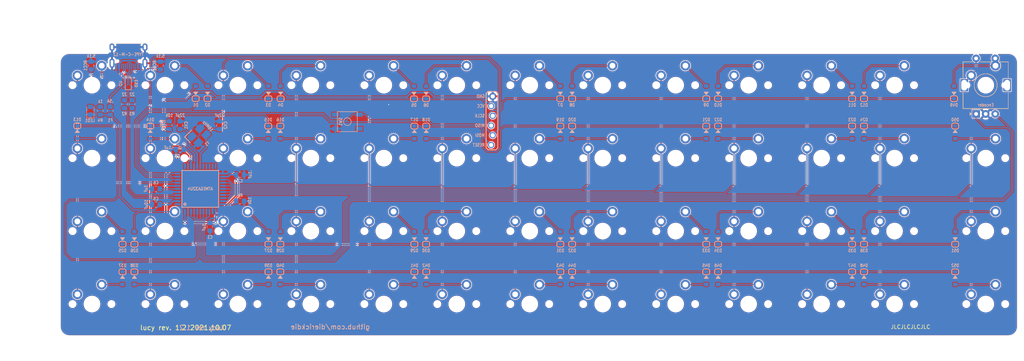
<source format=kicad_pcb>
(kicad_pcb (version 20171130) (host pcbnew "(5.1.4-0)")
  (layers (0 F.Cu signal) (31 B.Cu signal) (34 B.Paste user) (35 F.Paste user) (36 B.SilkS user) (37 F.SilkS user) (38 B.Mask user) (39 F.Mask user) (44 Edge.Cuts user))
  (net 0 "")
  (net 1 "Net-(D1-Pad2)")
  (net 2 "Net-(D2-Pad2)")
  (net 3 "Net-(D3-Pad2)")
  (net 4 "Net-(D4-Pad2)")
  (net 5 "Net-(D5-Pad2)")
  (net 6 "Net-(D6-Pad2)")
  (net 7 "Net-(D7-Pad2)")
  (net 8 "Net-(D8-Pad2)")
  (net 9 "Net-(D9-Pad2)")
  (net 10 "Net-(D10-Pad2)")
  (net 11 "Net-(D11-Pad2)")
  (net 12 "Net-(D12-Pad2)")
  (net 13 "Net-(D13-Pad2)")
  (net 14 "Net-(D14-Pad2)")
  (net 15 "Net-(D15-Pad2)")
  (net 16 "Net-(D16-Pad2)")
  (net 17 "Net-(D17-Pad2)")
  (net 18 "Net-(D18-Pad2)")
  (net 19 "Net-(D19-Pad2)")
  (net 20 "Net-(D20-Pad2)")
  (net 21 "Net-(D21-Pad2)")
  (net 22 "Net-(D22-Pad2)")
  (net 23 "Net-(D23-Pad2)")
  (net 24 "Net-(D24-Pad2)")
  (net 25 "Net-(D25-Pad2)")
  (net 26 "Net-(D26-Pad2)")
  (net 27 "Net-(D27-Pad2)")
  (net 28 "Net-(D28-Pad2)")
  (net 29 "Net-(D29-Pad2)")
  (net 30 "Net-(D30-Pad2)")
  (net 31 "Net-(D31-Pad2)")
  (net 32 "Net-(D32-Pad2)")
  (net 33 "Net-(D33-Pad2)")
  (net 34 "Net-(D34-Pad2)")
  (net 35 "Net-(D35-Pad2)")
  (net 36 "Net-(D36-Pad2)")
  (net 37 "Net-(D37-Pad2)")
  (net 38 "Net-(D38-Pad2)")
  (net 39 "Net-(D39-Pad2)")
  (net 40 "Net-(D40-Pad2)")
  (net 41 "Net-(D41-Pad2)")
  (net 42 "Net-(D42-Pad2)")
  (net 43 "Net-(D43-Pad2)")
  (net 44 "Net-(D44-Pad2)")
  (net 45 "Net-(D45-Pad2)")
  (net 46 "Net-(D46-Pad2)")
  (net 47 "Net-(D47-Pad2)")
  (net 48 "Net-(D48-Pad2)")
  (net 49 VCC)
  (net 50 "Net-(C6-Pad1)")
  (net 51 XTAL1)
  (net 52 XTAL2)
  (net 53 row0)
  (net 54 row1)
  (net 55 row2)
  (net 56 row3)
  (net 57 D-)
  (net 58 D+)
  (net 59 col0)
  (net 60 col1)
  (net 61 col2)
  (net 62 col3)
  (net 63 col4)
  (net 64 col5)
  (net 65 col6)
  (net 66 col7)
  (net 67 col8)
  (net 68 col9)
  (net 69 col10)
  (net 70 col11)
  (net 71 "Net-(R1-Pad2)")
  (net 72 VBUS)
  (net 73 "Net-(J1-PadB5)")
  (net 74 "Net-(J1-PadA5)")
  (net 75 ISP_Reset)
  (net 76 "Net-(D52-Pad2)")
  (net 77 col12)
  (net 78 GND)
  (net 79 "Net-(LED1-Pad2)")
  (net 80 DBUS-)
  (net 81 DBUS+)
  (net 82 enc0a)
  (net 83 enc0b)
  (net 84 "Net-(D49-Pad2)")
  (net 85 "Net-(D50-Pad2)")
  (net 86 "Net-(D51-Pad2)")
  (module Capacitor_SMD:C_0805_2012Metric_Pad1.15x1.40mm_HandSolder (layer B.Cu) (at 125.590625 76.55625)
    (fp_text reference C2 (at 0 1.6) (layer B.SilkS) (effects (font (size 0.8 0.7)) (justify mirror)))
    (fp_text value .1uF)
    (fp_text user %V (at 2.6 0 90) (layer B.SilkS) (effects (font (size 0.8 0.7)) (justify mirror)))
    (pad 2 smd roundrect (at 1.025 0) (size 1.15 1.4) (layers B.Cu B.Paste B.Mask) (roundrect_rratio 0.2173904347826087) (net 78 GND))
    (pad 1 smd roundrect (at -1.025 0) (size 1.15 1.4) (layers B.Cu B.Paste B.Mask) (roundrect_rratio 0.2173904347826087) (net 49 VCC))
  )
  (module Crystal:Crystal_SMD_3225-4Pin_3.2x2.5mm_HandSoldering (layer B.Cu) (at 114.890625 66.35625 45)
    (fp_text reference Y1 (at 0 2.969848 225) (layer B.SilkS) (effects (font (size 0.8 0.7)) (justify mirror)))
    (fp_text value 16MHz)
    (pad 1 smd rect (at -1.45 -1.15 45) (size 2.1 1.8) (layers B.Cu B.Paste B.Mask) (net 51 XTAL1))
    (pad 2 smd rect (at 1.45 -1.15 45) (size 2.1 1.8) (layers B.Cu B.Paste B.Mask) (net 78 GND))
    (pad 3 smd rect (at 1.45 1.15 45) (size 2.1 1.8) (layers B.Cu B.Paste B.Mask) (net 52 XTAL2))
    (pad 4 smd rect (at -1.45 1.15 45) (size 2.1 1.8) (layers B.Cu B.Paste B.Mask) (net 78 GND))
  )
  (module Capacitor_SMD:C_0805_2012Metric_Pad1.15x1.40mm_HandSolder (layer B.Cu) (at 117.690625 90.15625 270)
    (fp_text reference C1 (at 2.675 0 180) (layer B.SilkS) (effects (font (size 0.8 0.7)) (justify mirror)))
    (fp_text value .1uF)
    (fp_text user %V (at 0.025 1.5 270) (layer B.SilkS) (effects (font (size 0.8 0.7)) (justify mirror)))
    (pad 2 smd roundrect (at 1.025 0 270) (size 1.15 1.4) (layers B.Cu B.Paste B.Mask) (roundrect_rratio 0.2173904347826087) (net 78 GND))
    (pad 1 smd roundrect (at -1.025 0 270) (size 1.15 1.4) (layers B.Cu B.Paste B.Mask) (roundrect_rratio 0.2173904347826087) (net 49 VCC))
  )
  (module Keebio-Parts:SOT-143B (layer B.Cu) (at 96.390625 52.75625 270)
    (fp_text reference U2 (at 0 2 90) (layer B.SilkS) (effects (font (size 0.7 0.7)) (justify mirror)))
    (fp_text value PRTR5V0U2X hide)
    (fp_text user ESD (at 0 -2.1 90) (layer B.SilkS) (effects (font (size 0.7 0.7)) (justify mirror)))
    (pad 4 smd rect (at -0.95 1 270) (size 0.6 0.7) (layers B.Cu B.Paste B.Mask) (net 72 VBUS))
    (pad 3 smd rect (at 0.95 1 270) (size 0.6 0.7) (layers B.Cu B.Paste B.Mask) (net 80 DBUS-))
    (pad 2 smd rect (at 0.95 -1 270) (size 0.6 0.7) (layers B.Cu B.Paste B.Mask) (net 81 DBUS+))
    (pad 1 smd rect (at -0.75 -1 270) (size 1 0.7) (layers B.Cu B.Paste B.Mask) (net 78 GND))
  )
  (module Keeb_footprints:D_SOD-123_modified (layer B.Cu) (at 311.990625 55.05625 90)
    (fp_text reference D49 (at -3.302 0 180) (layer B.SilkS) (effects (font (size 0.8 0.7)) (justify mirror)))
    (fp_text value D)
    (pad 2 smd roundrect (at 1.65 0 90) (size 1 1.2) (layers B.Cu B.Paste B.Mask) (net 84 "Net-(D49-Pad2)"))
    (pad 1 smd roundrect (at -1.65 0 90) (size 1 1.2) (layers B.Cu B.Paste B.Mask) (net 53 row0))
  )
  (module Keeb_footprints:D_SOD-123_modified (layer B.Cu) (at 312.290625 93.05625 90)
    (fp_text reference D51 (at -3.302 0 180) (layer B.SilkS) (effects (font (size 0.8 0.7)) (justify mirror)))
    (fp_text value D)
    (pad 2 smd roundrect (at 1.65 0 90) (size 1 1.2) (layers B.Cu B.Paste B.Mask) (net 86 "Net-(D51-Pad2)"))
    (pad 1 smd roundrect (at -1.65 0 90) (size 1 1.2) (layers B.Cu B.Paste B.Mask) (net 55 row2))
  )
  (module Keeb_footprints:MX100 (layer F.Cu) (at 320.252785 72.24407 180)
    (fp_text reference K50)
    (fp_text value KEYSW)
    (pad 1 thru_hole circle (at 3.7846 2.5527 90) (size 2.54 2.54) (drill 1.525) (layers *.Cu *.Mask) (net 77 col12))
    (pad 2 thru_hole circle (at -2.5654 5.0927 180) (size 2.54 2.54) (drill 1.525) (layers *.Cu *.Mask) (net 85 "Net-(D50-Pad2)"))
    (pad "" np_thru_hole circle (at -5.1054 0.0127 180) (size 1.7018 1.7018) (drill 1.7018) (layers *.Cu *.Mask))
    (pad "" np_thru_hole circle (at 5.0546 0.0127 180) (size 1.7018 1.7018) (drill 1.7018) (layers *.Cu *.Mask))
    (pad "" np_thru_hole circle (at -0.0254 0.0127 180) (size 3.9878 3.9878) (drill 3.9878) (layers *.Cu *.Mask))
  )
  (module Keeb_footprints:MX100 (layer F.Cu) (at 124.990225 53.19395 180)
    (fp_text reference K3)
    (fp_text value KEYSW)
    (pad 1 thru_hole circle (at 3.7846 2.5527 90) (size 2.54 2.54) (drill 1.525) (layers *.Cu *.Mask) (net 61 col2))
    (pad 2 thru_hole circle (at -2.5654 5.0927 180) (size 2.54 2.54) (drill 1.525) (layers *.Cu *.Mask) (net 3 "Net-(D3-Pad2)"))
    (pad "" np_thru_hole circle (at -5.1054 0.0127 180) (size 1.7018 1.7018) (drill 1.7018) (layers *.Cu *.Mask))
    (pad "" np_thru_hole circle (at 5.0546 0.0127 180) (size 1.7018 1.7018) (drill 1.7018) (layers *.Cu *.Mask))
    (pad "" np_thru_hole circle (at -0.0254 0.0127 180) (size 3.9878 3.9878) (drill 3.9878) (layers *.Cu *.Mask))
  )
  (module Keeb_footprints:MX100 (layer F.Cu) (at 320.252785 110.34423 180)
    (fp_text reference K52)
    (fp_text value KEYSW)
    (pad 1 thru_hole circle (at 3.7846 2.5527 90) (size 2.54 2.54) (drill 1.525) (layers *.Cu *.Mask) (net 77 col12))
    (pad 2 thru_hole circle (at -2.5654 5.0927 180) (size 2.54 2.54) (drill 1.525) (layers *.Cu *.Mask) (net 76 "Net-(D52-Pad2)"))
    (pad "" np_thru_hole circle (at -5.1054 0.0127 180) (size 1.7018 1.7018) (drill 1.7018) (layers *.Cu *.Mask))
    (pad "" np_thru_hole circle (at 5.0546 0.0127 180) (size 1.7018 1.7018) (drill 1.7018) (layers *.Cu *.Mask))
    (pad "" np_thru_hole circle (at -0.0254 0.0127 180) (size 3.9878 3.9878) (drill 3.9878) (layers *.Cu *.Mask))
  )
  (module Keeb_footprints:D_SOD-123_modified (layer B.Cu) (at 97.990625 93.05625 90)
    (fp_text reference D26 (at -3.302 0 180) (layer B.SilkS) (effects (font (size 0.8 0.7)) (justify mirror)))
    (fp_text value D)
    (pad 2 smd roundrect (at 1.65 0 90) (size 1 1.2) (layers B.Cu B.Paste B.Mask) (net 26 "Net-(D26-Pad2)"))
    (pad 1 smd roundrect (at -1.65 0 90) (size 1 1.2) (layers B.Cu B.Paste B.Mask) (net 55 row2))
  )
  (module LED_SMD:LED_0805_2012Metric_Pad1.15x1.40mm_HandSolder (layer B.Cu) (at 86.490625 59.85 90)
    (fp_text reference LED1 (at -2.55 -0.1 180) (layer B.SilkS) (effects (font (size 0.8 0.7)) (justify mirror)))
    (fp_text value LED)
    (pad 2 smd roundrect (at 1.025 0 90) (size 1.15 1.4) (layers B.Cu B.Paste B.Mask) (roundrect_rratio 0.2173904347826087) (net 79 "Net-(LED1-Pad2)"))
    (pad 1 smd roundrect (at -1.025 0 90) (size 1.15 1.4) (layers B.Cu B.Paste B.Mask) (roundrect_rratio 0.2173904347826087) (net 78 GND))
  )
  (module Keeb_footprints:D_SOD-123_modified (layer B.Cu) (at 247.290625 55.05625 90)
    (fp_text reference D9 (at -3.302 0 180) (layer B.SilkS) (effects (font (size 0.8 0.7)) (justify mirror)))
    (fp_text value D)
    (pad 2 smd roundrect (at 1.65 0 90) (size 1 1.2) (layers B.Cu B.Paste B.Mask) (net 9 "Net-(D9-Pad2)"))
    (pad 1 smd roundrect (at -1.65 0 90) (size 1 1.2) (layers B.Cu B.Paste B.Mask) (net 53 row0))
  )
  (module Keebio-Parts:RotaryEncoder_EC11 (layer F.Cu) (at 320.252725 53.19395 90)
    (fp_text reference SW2)
    (fp_text value Rotary_Encoder_Switch)
    (pad A thru_hole rect (at -7.5 -2.5 90) (size 2 2) (drill 1) (layers *.Cu *.Mask) (net 82 enc0a))
    (pad C thru_hole circle (at -7.5 0 90) (size 2 2) (drill 1) (layers *.Cu *.Mask) (net 78 GND))
    (pad B thru_hole circle (at -7.5 2.5 90) (size 2 2) (drill 1) (layers *.Cu *.Mask) (net 83 enc0b))
    (pad MP thru_hole rect (at 0 -5.6 90) (size 3.2 2) (drill oval 2.8 1.5) (layers *.Cu *.Mask))
    (pad MP thru_hole rect (at 0 5.6 90) (size 3.2 2) (drill oval 2.8 1.5) (layers *.Cu *.Mask))
    (pad S2 thru_hole circle (at 7 -2.5 90) (size 2 2) (drill 1) (layers *.Cu *.Mask) (net 77 col12))
    (pad S1 thru_hole circle (at 7 2.5 90) (size 2 2) (drill 1) (layers *.Cu *.Mask) (net 84 "Net-(D49-Pad2)"))
  )
  (module Resistor_SMD:R_0805_2012Metric_Pad1.15x1.40mm_HandSolder (layer B.Cu) (at 89.090625 59.85625 270)
    (fp_text reference R4 (at 2.512 0.003 180) (layer B.SilkS) (effects (font (size 0.8 0.7)) (justify mirror)))
    (fp_text value 1k)
    (fp_text user %V (at -2.438 0 180) (layer B.SilkS) (effects (font (size 0.8 0.7)) (justify mirror)))
    (pad 2 smd roundrect (at 1.025 0 270) (size 1.15 1.4) (layers B.Cu B.Paste B.Mask) (roundrect_rratio 0.2173904347826087) (net 49 VCC))
    (pad 1 smd roundrect (at -1.025 0 270) (size 1.15 1.4) (layers B.Cu B.Paste B.Mask) (roundrect_rratio 0.2173904347826087) (net 79 "Net-(LED1-Pad2)"))
  )
  (module Resistor_SMD:R_0805_2012Metric_Pad1.15x1.40mm_HandSolder (layer B.Cu) (at 107.090625 63.65625 270)
    (fp_text reference RSW1 (at 0 1.7 90) (layer B.SilkS) (effects (font (size 0.8 0.7)) (justify mirror)))
    (fp_text value 10k)
    (fp_text user %V (at -2.6 0) (layer B.SilkS) (effects (font (size 0.8 0.7)) (justify mirror)))
    (pad 2 smd roundrect (at 1.025 0 270) (size 1.15 1.4) (layers B.Cu B.Paste B.Mask) (roundrect_rratio 0.2173904347826087) (net 49 VCC))
    (pad 1 smd roundrect (at -1.025 0 270) (size 1.15 1.4) (layers B.Cu B.Paste B.Mask) (roundrect_rratio 0.2173904347826087) (net 75 ISP_Reset))
  )
  (module Resistor_SMD:R_0805_2012Metric_Pad1.15x1.40mm_HandSolder (layer B.Cu) (at 104.790625 48.05625 270)
    (fp_text reference RCC2 (at 0 1.5 90) (layer B.SilkS) (effects (font (size 0.8 0.7)) (justify mirror)))
    (fp_text value 5.1k)
    (fp_text user %V (at -2.475002 0.028999 180) (layer B.SilkS) (effects (font (size 0.8 0.7)) (justify mirror)))
    (pad 2 smd roundrect (at 1.025 0 270) (size 1.15 1.4) (layers B.Cu B.Paste B.Mask) (roundrect_rratio 0.2173904347826087) (net 73 "Net-(J1-PadB5)"))
    (pad 1 smd roundrect (at -1.025 0 270) (size 1.15 1.4) (layers B.Cu B.Paste B.Mask) (roundrect_rratio 0.2173904347826087) (net 78 GND))
  )
  (module Resistor_SMD:R_0805_2012Metric_Pad1.15x1.40mm_HandSolder (layer B.Cu) (at 86.690625 48.05 270)
    (fp_text reference RCC1 (at 0 1.45 90) (layer B.SilkS) (effects (font (size 0.8 0.7)) (justify mirror)))
    (fp_text value 5.1k)
    (fp_text user %V (at -2.475002 0 180) (layer B.SilkS) (effects (font (size 0.8 0.7)) (justify mirror)))
    (pad 1 smd roundrect (at -1.025 0 270) (size 1.15 1.4) (layers B.Cu B.Paste B.Mask) (roundrect_rratio 0.2173904347826087) (net 78 GND))
    (pad 2 smd roundrect (at 1.025 0 270) (size 1.15 1.4) (layers B.Cu B.Paste B.Mask) (roundrect_rratio 0.2173904347826087) (net 74 "Net-(J1-PadA5)"))
  )
  (module Resistor_SMD:R_0805_2012Metric_Pad1.15x1.40mm_HandSolder (layer B.Cu) (at 97.390625 58.15625 90)
    (fp_text reference R3 (at -2.491998 -0.004999) (layer B.SilkS) (effects (font (size 0.8 0.7)) (justify mirror)))
    (fp_text value 22)
    (fp_text user %V (at 2.549002 0 180) (layer B.SilkS) (effects (font (size 0.8 0.7)) (justify mirror)))
    (pad 2 smd roundrect (at 1.025 0 90) (size 1.15 1.4) (layers B.Cu B.Paste B.Mask) (roundrect_rratio 0.2173904347826087) (net 81 DBUS+))
    (pad 1 smd roundrect (at -1.025 0 90) (size 1.15 1.4) (layers B.Cu B.Paste B.Mask) (roundrect_rratio 0.2173904347826087) (net 58 D+))
  )
  (module Resistor_SMD:R_0805_2012Metric_Pad1.15x1.40mm_HandSolder (layer B.Cu) (at 95.390625 58.15625 90)
    (fp_text reference R2 (at -2.476 0.004) (layer B.SilkS) (effects (font (size 0.8 0.7)) (justify mirror)))
    (fp_text value 22)
    (fp_text user %V (at 2.54 0 180) (layer B.SilkS) (effects (font (size 0.8 0.7)) (justify mirror)))
    (pad 2 smd roundrect (at 1.025 0 90) (size 1.15 1.4) (layers B.Cu B.Paste B.Mask) (roundrect_rratio 0.2173904347826087) (net 80 DBUS-))
    (pad 1 smd roundrect (at -1.025 0 90) (size 1.15 1.4) (layers B.Cu B.Paste B.Mask) (roundrect_rratio 0.2173904347826087) (net 57 D-))
  )
  (module Resistor_SMD:R_0805_2012Metric_Pad1.15x1.40mm_HandSolder (layer B.Cu) (at 125.590625 83.45625 180)
    (fp_text reference R1 (at 0 1.5) (layer B.SilkS) (effects (font (size 0.8 0.7)) (justify mirror)))
    (fp_text value 10k)
    (fp_text user %V (at -2.5 0.1 90) (layer B.SilkS) (effects (font (size 0.8 0.7)) (justify mirror)))
    (pad 2 smd roundrect (at 1.025 0 180) (size 1.15 1.4) (layers B.Cu B.Paste B.Mask) (roundrect_rratio 0.2173904347826087) (net 71 "Net-(R1-Pad2)"))
    (pad 1 smd roundrect (at -1.025 0 180) (size 1.15 1.4) (layers B.Cu B.Paste B.Mask) (roundrect_rratio 0.2173904347826087) (net 78 GND))
  )
  (module Capacitor_SMD:C_0805_2012Metric_Pad1.15x1.40mm_HandSolder (layer B.Cu) (at 109.890625 69.95625 180)
    (fp_text reference C3 (at 0.7 -1.7) (layer B.SilkS) (effects (font (size 0.8 0.7)) (justify mirror)))
    (fp_text value .1uF)
    (fp_text user %V (at 3.1 0.5) (layer B.SilkS) (effects (font (size 0.8 0.7)) (justify mirror)))
    (pad 2 smd roundrect (at 1.025 0 180) (size 1.15 1.4) (layers B.Cu B.Paste B.Mask) (roundrect_rratio 0.2173904347826087) (net 78 GND))
    (pad 1 smd roundrect (at -1.025 0 180) (size 1.15 1.4) (layers B.Cu B.Paste B.Mask) (roundrect_rratio 0.2173904347826087) (net 49 VCC))
  )
  (module Capacitor_SMD:C_0805_2012Metric_Pad1.15x1.40mm_HandSolder (layer B.Cu) (at 103.590625 84.35625 180)
    (fp_text reference C5 (at 0 1.5 180) (layer B.SilkS) (effects (font (size 0.8 0.7)) (justify mirror)))
    (fp_text value 10uF)
    (fp_text user %V (at 2.5 0 90) (layer B.SilkS) (effects (font (size 0.8 0.7)) (justify mirror)))
    (pad 2 smd roundrect (at 1.025 0 180) (size 1.15 1.4) (layers B.Cu B.Paste B.Mask) (roundrect_rratio 0.2173904347826087) (net 78 GND))
    (pad 1 smd roundrect (at -1.025 0 180) (size 1.15 1.4) (layers B.Cu B.Paste B.Mask) (roundrect_rratio 0.2173904347826087) (net 49 VCC))
  )
  (module Capacitor_SMD:C_0805_2012Metric_Pad1.15x1.40mm_HandSolder (layer B.Cu) (at 109.890625 63.65625 90)
    (fp_text reference CX1 (at 0 1.6 90) (layer B.SilkS) (effects (font (size 0.8 0.7)) (justify mirror)))
    (fp_text value 22pF)
    (fp_text user %V (at 2.6 0 180) (layer B.SilkS) (effects (font (size 0.8 0.7)) (justify mirror)))
    (pad 2 smd roundrect (at 1.025 0 90) (size 1.15 1.4) (layers B.Cu B.Paste B.Mask) (roundrect_rratio 0.2173904347826087) (net 78 GND))
    (pad 1 smd roundrect (at -1.025 0 90) (size 1.15 1.4) (layers B.Cu B.Paste B.Mask) (roundrect_rratio 0.2173904347826087) (net 51 XTAL1))
  )
  (module Capacitor_SMD:C_0805_2012Metric_Pad1.15x1.40mm_HandSolder (layer B.Cu) (at 120.190625 63.65625 90)
    (fp_text reference CX2 (at 0 1.6 270) (layer B.SilkS) (effects (font (size 0.8 0.7)) (justify mirror)))
    (fp_text value 22pF)
    (fp_text user %V (at 2.6 0 180) (layer B.SilkS) (effects (font (size 0.8 0.7)) (justify mirror)))
    (pad 2 smd roundrect (at 1.025 0 90) (size 1.15 1.4) (layers B.Cu B.Paste B.Mask) (roundrect_rratio 0.2173904347826087) (net 78 GND))
    (pad 1 smd roundrect (at -1.025 0 90) (size 1.15 1.4) (layers B.Cu B.Paste B.Mask) (roundrect_rratio 0.2173904347826087) (net 52 XTAL2))
  )
  (module Capacitor_SMD:C_0805_2012Metric_Pad1.15x1.40mm_HandSolder (layer B.Cu) (at 103.590625 80.25625 180)
    (fp_text reference C6 (at 0 1.6) (layer B.SilkS) (effects (font (size 0.8 0.7)) (justify mirror)))
    (fp_text value 1uF)
    (fp_text user %V (at 2.6 0 90) (layer B.SilkS) (effects (font (size 0.8 0.7)) (justify mirror)))
    (pad 2 smd roundrect (at 1.025 0 180) (size 1.15 1.4) (layers B.Cu B.Paste B.Mask) (roundrect_rratio 0.2173904347826087) (net 78 GND))
    (pad 1 smd roundrect (at -1.025 0 180) (size 1.15 1.4) (layers B.Cu B.Paste B.Mask) (roundrect_rratio 0.2173904347826087) (net 50 "Net-(C6-Pad1)"))
  )
  (module Fuse:Fuse_0805_2012Metric_Pad1.15x1.40mm_HandSolder (layer B.Cu) (at 91.690625 59.85625 90)
    (fp_text reference F1 (at -2.469 -0.012 180) (layer B.SilkS) (effects (font (size 0.8 0.7)) (justify mirror)))
    (fp_text value .5A)
    (fp_text user %V (at 2.54 0 180) (layer B.SilkS) (effects (font (size 0.8 0.7)) (justify mirror)))
    (pad 2 smd roundrect (at 1.025 0 90) (size 1.15 1.4) (layers B.Cu B.Paste B.Mask) (roundrect_rratio 0.2173904347826087) (net 72 VBUS))
    (pad 1 smd roundrect (at -1.025 0 90) (size 1.15 1.4) (layers B.Cu B.Paste B.Mask) (roundrect_rratio 0.2173904347826087) (net 49 VCC))
  )
  (module Keeb_footprints:PIN_HEADER_1x6_OFFSET (layer B.Cu) (at 191.3432 62.45 180)
    (fp_text reference J2)
    (fp_text value AVR-ISP-6_mod hide)
    (fp_text user GND (at 1.7907 6.3627) (layer B.SilkS) (effects (font (size 0.8 0.7)) (justify left mirror)))
    (fp_text user VCC (at 1.7907 3.8227) (layer B.SilkS) (effects (font (size 0.8 0.7)) (justify left mirror)))
    (fp_text user RESET (at 1.778 -6.35) (layer B.SilkS) (effects (font (size 0.8 0.7)) (justify left mirror)))
    (fp_text user SCLK (at 1.778 1.27) (layer B.SilkS) (effects (font (size 0.8 0.7)) (justify left mirror)))
    (fp_text user MOSI (at 1.778 -3.81) (layer B.SilkS) (effects (font (size 0.8 0.7)) (justify left mirror)))
    (fp_text user MISO (at 1.778 -1.27) (layer B.SilkS) (effects (font (size 0.8 0.7)) (justify left mirror)))
    (pad 6 thru_hole roundrect (at -0.2032 6.35 180) (size 1.6002 1.6002) (drill 1.0668) (layers *.Cu *.Mask) (net 78 GND))
    (pad 2 thru_hole circle (at 0.2032 3.81 180) (size 1.6002 1.6002) (drill 1.0668) (layers *.Cu *.Mask) (net 49 VCC))
    (pad 5 thru_hole circle (at -0.2032 1.27 180) (size 1.6002 1.6002) (drill 1.0668) (layers *.Cu *.Mask) (net 60 col1))
    (pad 3 thru_hole circle (at 0.2032 -1.27 180) (size 1.6002 1.6002) (drill 1.0668) (layers *.Cu *.Mask) (net 61 col2))
    (pad 4 thru_hole circle (at -0.2032 -3.81 180) (size 1.6002 1.6002) (drill 1.0668) (layers *.Cu *.Mask) (net 53 row0))
    (pad 1 thru_hole circle (at 0.2032 -6.35 180) (size 1.6002 1.6002) (drill 1.0668) (layers *.Cu *.Mask) (net 75 ISP_Reset))
  )
  (module Keebio-Parts:ATMEGA32U4-AU (layer B.Cu) (at 115.190625 80.25625)
    (fp_text reference U1)
    (fp_text value ATMEGA32U4 (at 0 -0.0205) (layer B.SilkS) (effects (font (size 0.8 0.7)) (justify mirror)))
    (pad 44 smd rect (at -4 5.9) (size 0.5 1.5) (layers B.Cu B.Paste B.Mask) (net 49 VCC))
    (pad 43 smd rect (at -3.2 5.9) (size 0.5 1.5) (layers B.Cu B.Paste B.Mask) (net 78 GND))
    (pad 42 smd rect (at -2.4 5.9) (size 0.5 1.5) (layers B.Cu B.Paste B.Mask) (net 55 row2))
    (pad 41 smd rect (at -1.6 5.9) (size 0.5 1.5) (layers B.Cu B.Paste B.Mask) (net 54 row1))
    (pad 40 smd rect (at -0.8 5.9) (size 0.5 1.5) (layers B.Cu B.Paste B.Mask) (net 56 row3))
    (pad 39 smd rect (at 0 5.9) (size 0.5 1.5) (layers B.Cu B.Paste B.Mask) (net 83 enc0b))
    (pad 38 smd rect (at 0.8 5.9) (size 0.5 1.5) (layers B.Cu B.Paste B.Mask) (net 82 enc0a))
    (pad 37 smd rect (at 1.6 5.9) (size 0.5 1.5) (layers B.Cu B.Paste B.Mask) (net 77 col12))
    (pad 36 smd rect (at 2.4 5.9) (size 0.5 1.5) (layers B.Cu B.Paste B.Mask) (net 70 col11))
    (pad 35 smd rect (at 3.2 5.9) (size 0.5 1.5) (layers B.Cu B.Paste B.Mask) (net 78 GND))
    (pad 34 smd rect (at 4 5.9) (size 0.5 1.5) (layers B.Cu B.Paste B.Mask) (net 49 VCC))
    (pad 33 smd rect (at 5.9 4) (size 1.5 0.5) (layers B.Cu B.Paste B.Mask) (net 71 "Net-(R1-Pad2)"))
    (pad 32 smd rect (at 5.9 3.2) (size 1.5 0.5) (layers B.Cu B.Paste B.Mask) (net 69 col10))
    (pad 31 smd rect (at 5.9 2.4) (size 1.5 0.5) (layers B.Cu B.Paste B.Mask) (net 68 col9))
    (pad 30 smd rect (at 5.9 1.6) (size 1.5 0.5) (layers B.Cu B.Paste B.Mask) (net 67 col8))
    (pad 29 smd rect (at 5.9 0.8) (size 1.5 0.5) (layers B.Cu B.Paste B.Mask) (net 66 col7))
    (pad 28 smd rect (at 5.9 0) (size 1.5 0.5) (layers B.Cu B.Paste B.Mask) (net 65 col6))
    (pad 27 smd rect (at 5.9 -0.8) (size 1.5 0.5) (layers B.Cu B.Paste B.Mask) (net 64 col5))
    (pad 26 smd rect (at 5.9 -1.6) (size 1.5 0.5) (layers B.Cu B.Paste B.Mask) (net 63 col4))
    (pad 25 smd rect (at 5.9 -2.4) (size 1.5 0.5) (layers B.Cu B.Paste B.Mask) (net 62 col3))
    (pad 24 smd rect (at 5.9 -3.2) (size 1.5 0.5) (layers B.Cu B.Paste B.Mask) (net 49 VCC))
    (pad 23 smd rect (at 5.9 -4) (size 1.5 0.5) (layers B.Cu B.Paste B.Mask) (net 78 GND))
    (pad 22 smd rect (at 4 -5.9) (size 0.5 1.5) (layers B.Cu B.Paste B.Mask))
    (pad 21 smd rect (at 3.2 -5.9) (size 0.5 1.5) (layers B.Cu B.Paste B.Mask))
    (pad 20 smd rect (at 2.4 -5.9) (size 0.5 1.5) (layers B.Cu B.Paste B.Mask))
    (pad 19 smd rect (at 1.6 -5.9) (size 0.5 1.5) (layers B.Cu B.Paste B.Mask))
    (pad 18 smd rect (at 0.8 -5.9) (size 0.5 1.5) (layers B.Cu B.Paste B.Mask))
    (pad 17 smd rect (at 0 -5.9) (size 0.5 1.5) (layers B.Cu B.Paste B.Mask) (net 52 XTAL2))
    (pad 16 smd rect (at -0.8 -5.9) (size 0.5 1.5) (layers B.Cu B.Paste B.Mask) (net 51 XTAL1))
    (pad 15 smd rect (at -1.6 -5.9) (size 0.5 1.5) (layers B.Cu B.Paste B.Mask) (net 78 GND))
    (pad 14 smd rect (at -2.4 -5.9) (size 0.5 1.5) (layers B.Cu B.Paste B.Mask) (net 49 VCC))
    (pad 13 smd rect (at -3.2 -5.9) (size 0.5 1.5) (layers B.Cu B.Paste B.Mask) (net 75 ISP_Reset))
    (pad 12 smd rect (at -4 -5.9) (size 0.5 1.5) (layers B.Cu B.Paste B.Mask))
    (pad 11 smd rect (at -5.9 -4) (size 1.5 0.5) (layers B.Cu B.Paste B.Mask) (net 61 col2))
    (pad 10 smd rect (at -5.9 -3.2) (size 1.5 0.5) (layers B.Cu B.Paste B.Mask) (net 53 row0))
    (pad 9 smd rect (at -5.9 -2.4) (size 1.5 0.5) (layers B.Cu B.Paste B.Mask) (net 60 col1))
    (pad 8 smd rect (at -5.9 -1.6) (size 1.5 0.5) (layers B.Cu B.Paste B.Mask) (net 59 col0))
    (pad 7 smd rect (at -5.9 -0.8) (size 1.5 0.5) (layers B.Cu B.Paste B.Mask) (net 49 VCC))
    (pad 6 smd rect (at -5.9 0) (size 1.5 0.5) (layers B.Cu B.Paste B.Mask) (net 50 "Net-(C6-Pad1)"))
    (pad 5 smd rect (at -5.9 0.8) (size 1.5 0.5) (layers B.Cu B.Paste B.Mask) (net 78 GND))
    (pad 4 smd rect (at -5.9 1.6) (size 1.5 0.5) (layers B.Cu B.Paste B.Mask) (net 58 D+))
    (pad 3 smd rect (at -5.9 2.4) (size 1.5 0.5) (layers B.Cu B.Paste B.Mask) (net 57 D-))
    (pad 2 smd rect (at -5.9 3.2) (size 1.5 0.5) (layers B.Cu B.Paste B.Mask) (net 49 VCC))
    (pad 1 smd rect (at -5.9 4) (size 1.5 0.5) (layers B.Cu B.Paste B.Mask))
  )
  (module Keeb_footprints:D_SOD-123_modified (layer B.Cu) (at 113.990625 55.05625 90)
    (fp_text reference D1 (at -3.302 0 180) (layer B.SilkS) (effects (font (size 0.8 0.7)) (justify mirror)))
    (fp_text value D)
    (pad 2 smd roundrect (at 1.65 0 90) (size 1 1.2) (layers B.Cu B.Paste B.Mask) (net 1 "Net-(D1-Pad2)"))
    (pad 1 smd roundrect (at -1.65 0 90) (size 1 1.2) (layers B.Cu B.Paste B.Mask) (net 53 row0))
  )
  (module Keeb_footprints:D_SOD-123_modified (layer B.Cu) (at 117.090625 55.05625 90)
    (fp_text reference D2 (at -3.302 0 180) (layer B.SilkS) (effects (font (size 0.8 0.7)) (justify mirror)))
    (fp_text value D)
    (pad 2 smd roundrect (at 1.65 0 90) (size 1 1.2) (layers B.Cu B.Paste B.Mask) (net 2 "Net-(D2-Pad2)"))
    (pad 1 smd roundrect (at -1.65 0 90) (size 1 1.2) (layers B.Cu B.Paste B.Mask) (net 53 row0))
  )
  (module Keeb_footprints:D_SOD-123_modified (layer B.Cu) (at 132.985999 55.05625 90)
    (fp_text reference D3 (at -3.302 0 180) (layer B.SilkS) (effects (font (size 0.8 0.7)) (justify mirror)))
    (fp_text value D)
    (pad 2 smd roundrect (at 1.65 0 90) (size 1 1.2) (layers B.Cu B.Paste B.Mask) (net 3 "Net-(D3-Pad2)"))
    (pad 1 smd roundrect (at -1.65 0 90) (size 1 1.2) (layers B.Cu B.Paste B.Mask) (net 53 row0))
  )
  (module Keeb_footprints:D_SOD-123_modified (layer B.Cu) (at 136.160999 55.05625 90)
    (fp_text reference D4 (at -3.302 0 180) (layer B.SilkS) (effects (font (size 0.8 0.7)) (justify mirror)))
    (fp_text value D)
    (pad 2 smd roundrect (at 1.65 0 90) (size 1 1.2) (layers B.Cu B.Paste B.Mask) (net 4 "Net-(D4-Pad2)"))
    (pad 1 smd roundrect (at -1.65 0 90) (size 1 1.2) (layers B.Cu B.Paste B.Mask) (net 53 row0))
  )
  (module Keeb_footprints:D_SOD-123_modified (layer B.Cu) (at 170.985999 55.083377 90)
    (fp_text reference D5 (at -3.302 0 180) (layer B.SilkS) (effects (font (size 0.8 0.7)) (justify mirror)))
    (fp_text value D)
    (pad 2 smd roundrect (at 1.65 0 90) (size 1 1.2) (layers B.Cu B.Paste B.Mask) (net 5 "Net-(D5-Pad2)"))
    (pad 1 smd roundrect (at -1.65 0 90) (size 1 1.2) (layers B.Cu B.Paste B.Mask) (net 53 row0))
  )
  (module Keeb_footprints:D_SOD-123_modified (layer B.Cu) (at 174.160999 55.083377 90)
    (fp_text reference D6 (at -3.302 0 180) (layer B.SilkS) (effects (font (size 0.8 0.7)) (justify mirror)))
    (fp_text value D)
    (pad 2 smd roundrect (at 1.65 0 90) (size 1 1.2) (layers B.Cu B.Paste B.Mask) (net 6 "Net-(D6-Pad2)"))
    (pad 1 smd roundrect (at -1.65 0 90) (size 1 1.2) (layers B.Cu B.Paste B.Mask) (net 53 row0))
  )
  (module Keeb_footprints:D_SOD-123_modified (layer B.Cu) (at 209.190625 55.05625 90)
    (fp_text reference D7 (at -3.302 0 180) (layer B.SilkS) (effects (font (size 0.8 0.7)) (justify mirror)))
    (fp_text value D)
    (pad 2 smd roundrect (at 1.65 0 90) (size 1 1.2) (layers B.Cu B.Paste B.Mask) (net 7 "Net-(D7-Pad2)"))
    (pad 1 smd roundrect (at -1.65 0 90) (size 1 1.2) (layers B.Cu B.Paste B.Mask) (net 53 row0))
  )
  (module Keeb_footprints:D_SOD-123_modified (layer B.Cu) (at 212.290625 55.05625 90)
    (fp_text reference D8 (at -3.302 0 180) (layer B.SilkS) (effects (font (size 0.8 0.7)) (justify mirror)))
    (fp_text value D)
    (pad 2 smd roundrect (at 1.65 0 90) (size 1 1.2) (layers B.Cu B.Paste B.Mask) (net 8 "Net-(D8-Pad2)"))
    (pad 1 smd roundrect (at -1.65 0 90) (size 1 1.2) (layers B.Cu B.Paste B.Mask) (net 53 row0))
  )
  (module Keeb_footprints:D_SOD-123_modified (layer B.Cu) (at 250.390625 55.05625 90)
    (fp_text reference D10 (at -3.302 0 180) (layer B.SilkS) (effects (font (size 0.8 0.7)) (justify mirror)))
    (fp_text value D)
    (pad 2 smd roundrect (at 1.65 0 90) (size 1 1.2) (layers B.Cu B.Paste B.Mask) (net 10 "Net-(D10-Pad2)"))
    (pad 1 smd roundrect (at -1.65 0 90) (size 1 1.2) (layers B.Cu B.Paste B.Mask) (net 53 row0))
  )
  (module Keeb_footprints:D_SOD-123_modified (layer B.Cu) (at 285.390625 55.05625 90)
    (fp_text reference D11 (at -3.302 0 180) (layer B.SilkS) (effects (font (size 0.8 0.7)) (justify mirror)))
    (fp_text value D)
    (pad 2 smd roundrect (at 1.65 0 90) (size 1 1.2) (layers B.Cu B.Paste B.Mask) (net 11 "Net-(D11-Pad2)"))
    (pad 1 smd roundrect (at -1.65 0 90) (size 1 1.2) (layers B.Cu B.Paste B.Mask) (net 53 row0))
  )
  (module Keeb_footprints:D_SOD-123_modified (layer B.Cu) (at 83.090625 65.45625 270)
    (fp_text reference D13 (at -3.302 0 180) (layer B.SilkS) (effects (font (size 0.8 0.7)) (justify mirror)))
    (fp_text value D)
    (pad 2 smd roundrect (at 1.65 0 270) (size 1 1.2) (layers B.Cu B.Paste B.Mask) (net 13 "Net-(D13-Pad2)"))
    (pad 1 smd roundrect (at -1.65 0 270) (size 1 1.2) (layers B.Cu B.Paste B.Mask) (net 54 row1))
  )
  (module Keeb_footprints:D_SOD-123_modified (layer B.Cu) (at 102.140625 65.50625 270)
    (fp_text reference D14 (at -3.302 0 180) (layer B.SilkS) (effects (font (size 0.8 0.7)) (justify mirror)))
    (fp_text value D)
    (pad 2 smd roundrect (at 1.65 0 270) (size 1 1.2) (layers B.Cu B.Paste B.Mask) (net 14 "Net-(D14-Pad2)"))
    (pad 1 smd roundrect (at -1.65 0 270) (size 1 1.2) (layers B.Cu B.Paste B.Mask) (net 54 row1))
  )
  (module Keeb_footprints:D_SOD-123_modified (layer B.Cu) (at 132.940625 65.50625 270)
    (fp_text reference D15 (at -3.302 0 180) (layer B.SilkS) (effects (font (size 0.8 0.7)) (justify mirror)))
    (fp_text value D)
    (pad 2 smd roundrect (at 1.65 0 270) (size 1 1.2) (layers B.Cu B.Paste B.Mask) (net 15 "Net-(D15-Pad2)"))
    (pad 1 smd roundrect (at -1.65 0 270) (size 1 1.2) (layers B.Cu B.Paste B.Mask) (net 54 row1))
  )
  (module Keeb_footprints:D_SOD-123_modified (layer B.Cu) (at 136.090625 65.50625 270)
    (fp_text reference D16 (at -3.302 0 180) (layer B.SilkS) (effects (font (size 0.8 0.7)) (justify mirror)))
    (fp_text value D)
    (pad 2 smd roundrect (at 1.65 0 270) (size 1 1.2) (layers B.Cu B.Paste B.Mask) (net 16 "Net-(D16-Pad2)"))
    (pad 1 smd roundrect (at -1.65 0 270) (size 1 1.2) (layers B.Cu B.Paste B.Mask) (net 54 row1))
  )
  (module Keeb_footprints:D_SOD-123_modified (layer B.Cu) (at 171.090625 65.50625 270)
    (fp_text reference D17 (at -3.302 0 180) (layer B.SilkS) (effects (font (size 0.8 0.7)) (justify mirror)))
    (fp_text value D)
    (pad 2 smd roundrect (at 1.65 0 270) (size 1 1.2) (layers B.Cu B.Paste B.Mask) (net 17 "Net-(D17-Pad2)"))
    (pad 1 smd roundrect (at -1.65 0 270) (size 1 1.2) (layers B.Cu B.Paste B.Mask) (net 54 row1))
  )
  (module Keeb_footprints:D_SOD-123_modified (layer B.Cu) (at 174.190625 65.50625 270)
    (fp_text reference D18 (at -3.302 0 180) (layer B.SilkS) (effects (font (size 0.8 0.7)) (justify mirror)))
    (fp_text value D)
    (pad 2 smd roundrect (at 1.65 0 270) (size 1 1.2) (layers B.Cu B.Paste B.Mask) (net 18 "Net-(D18-Pad2)"))
    (pad 1 smd roundrect (at -1.65 0 270) (size 1 1.2) (layers B.Cu B.Paste B.Mask) (net 54 row1))
  )
  (module Keeb_footprints:D_SOD-123_modified (layer B.Cu) (at 209.190625 65.50625 270)
    (fp_text reference D19 (at -3.302 0 180) (layer B.SilkS) (effects (font (size 0.8 0.7)) (justify mirror)))
    (fp_text value D)
    (pad 2 smd roundrect (at 1.65 0 270) (size 1 1.2) (layers B.Cu B.Paste B.Mask) (net 19 "Net-(D19-Pad2)"))
    (pad 1 smd roundrect (at -1.65 0 270) (size 1 1.2) (layers B.Cu B.Paste B.Mask) (net 54 row1))
  )
  (module Keeb_footprints:D_SOD-123_modified (layer B.Cu) (at 212.290625 65.50625 270)
    (fp_text reference D20 (at -3.302 0 180) (layer B.SilkS) (effects (font (size 0.8 0.7)) (justify mirror)))
    (fp_text value D)
    (pad 2 smd roundrect (at 1.65 0 270) (size 1 1.2) (layers B.Cu B.Paste B.Mask) (net 20 "Net-(D20-Pad2)"))
    (pad 1 smd roundrect (at -1.65 0 270) (size 1 1.2) (layers B.Cu B.Paste B.Mask) (net 54 row1))
  )
  (module Keeb_footprints:D_SOD-123_modified (layer B.Cu) (at 247.290625 65.50625 270)
    (fp_text reference D21 (at -3.302 0 180) (layer B.SilkS) (effects (font (size 0.8 0.7)) (justify mirror)))
    (fp_text value D)
    (pad 2 smd roundrect (at 1.65 0 270) (size 1 1.2) (layers B.Cu B.Paste B.Mask) (net 21 "Net-(D21-Pad2)"))
    (pad 1 smd roundrect (at -1.65 0 270) (size 1 1.2) (layers B.Cu B.Paste B.Mask) (net 54 row1))
  )
  (module Keeb_footprints:D_SOD-123_modified (layer B.Cu) (at 250.390625 65.50625 270)
    (fp_text reference D22 (at -3.302 0 180) (layer B.SilkS) (effects (font (size 0.8 0.7)) (justify mirror)))
    (fp_text value D)
    (pad 2 smd roundrect (at 1.65 0 270) (size 1 1.2) (layers B.Cu B.Paste B.Mask) (net 22 "Net-(D22-Pad2)"))
    (pad 1 smd roundrect (at -1.65 0 270) (size 1 1.2) (layers B.Cu B.Paste B.Mask) (net 54 row1))
  )
  (module Keeb_footprints:D_SOD-123_modified (layer B.Cu) (at 285.390625 65.50625 270)
    (fp_text reference D23 (at -3.302 0 180) (layer B.SilkS) (effects (font (size 0.8 0.7)) (justify mirror)))
    (fp_text value D)
    (pad 2 smd roundrect (at 1.65 0 270) (size 1 1.2) (layers B.Cu B.Paste B.Mask) (net 23 "Net-(D23-Pad2)"))
    (pad 1 smd roundrect (at -1.65 0 270) (size 1 1.2) (layers B.Cu B.Paste B.Mask) (net 54 row1))
  )
  (module Keeb_footprints:D_SOD-123_modified (layer B.Cu) (at 288.490625 65.50625 270)
    (fp_text reference D24 (at -3.302 0 180) (layer B.SilkS) (effects (font (size 0.8 0.7)) (justify mirror)))
    (fp_text value D)
    (pad 2 smd roundrect (at 1.65 0 270) (size 1 1.2) (layers B.Cu B.Paste B.Mask) (net 24 "Net-(D24-Pad2)"))
    (pad 1 smd roundrect (at -1.65 0 270) (size 1 1.2) (layers B.Cu B.Paste B.Mask) (net 54 row1))
  )
  (module Keeb_footprints:D_SOD-123_modified (layer B.Cu) (at 94.890625 93.05625 90)
    (fp_text reference D25 (at -3.302 0 180) (layer B.SilkS) (effects (font (size 0.8 0.7)) (justify mirror)))
    (fp_text value D)
    (pad 2 smd roundrect (at 1.65 0 90) (size 1 1.2) (layers B.Cu B.Paste B.Mask) (net 25 "Net-(D25-Pad2)"))
    (pad 1 smd roundrect (at -1.65 0 90) (size 1 1.2) (layers B.Cu B.Paste B.Mask) (net 55 row2))
  )
  (module Keeb_footprints:D_SOD-123_modified (layer B.Cu) (at 132.990625 93.05625 90)
    (fp_text reference D27 (at -3.302 0 180) (layer B.SilkS) (effects (font (size 0.8 0.7)) (justify mirror)))
    (fp_text value D)
    (pad 2 smd roundrect (at 1.65 0 90) (size 1 1.2) (layers B.Cu B.Paste B.Mask) (net 27 "Net-(D27-Pad2)"))
    (pad 1 smd roundrect (at -1.65 0 90) (size 1 1.2) (layers B.Cu B.Paste B.Mask) (net 55 row2))
  )
  (module Keeb_footprints:D_SOD-123_modified (layer B.Cu) (at 136.090625 93.05625 90)
    (fp_text reference D28 (at -3.302 0 180) (layer B.SilkS) (effects (font (size 0.8 0.7)) (justify mirror)))
    (fp_text value D)
    (pad 2 smd roundrect (at 1.65 0 90) (size 1 1.2) (layers B.Cu B.Paste B.Mask) (net 28 "Net-(D28-Pad2)"))
    (pad 1 smd roundrect (at -1.65 0 90) (size 1 1.2) (layers B.Cu B.Paste B.Mask) (net 55 row2))
  )
  (module Keeb_footprints:D_SOD-123_modified (layer B.Cu) (at 171.085999 93.05625 90)
    (fp_text reference D29 (at -3.302 0 180) (layer B.SilkS) (effects (font (size 0.8 0.7)) (justify mirror)))
    (fp_text value D)
    (pad 2 smd roundrect (at 1.65 0 90) (size 1 1.2) (layers B.Cu B.Paste B.Mask) (net 29 "Net-(D29-Pad2)"))
    (pad 1 smd roundrect (at -1.65 0 90) (size 1 1.2) (layers B.Cu B.Paste B.Mask) (net 55 row2))
  )
  (module Keeb_footprints:D_SOD-123_modified (layer B.Cu) (at 174.15 93.05625 90)
    (fp_text reference D30 (at -3.302 0 180) (layer B.SilkS) (effects (font (size 0.8 0.7)) (justify mirror)))
    (fp_text value D)
    (pad 2 smd roundrect (at 1.65 0 90) (size 1 1.2) (layers B.Cu B.Paste B.Mask) (net 30 "Net-(D30-Pad2)"))
    (pad 1 smd roundrect (at -1.65 0 90) (size 1 1.2) (layers B.Cu B.Paste B.Mask) (net 55 row2))
  )
  (module Keeb_footprints:D_SOD-123_modified (layer B.Cu) (at 209.190625 93.05625 90)
    (fp_text reference D31 (at -3.302 0 180) (layer B.SilkS) (effects (font (size 0.8 0.7)) (justify mirror)))
    (fp_text value D)
    (pad 2 smd roundrect (at 1.65 0 90) (size 1 1.2) (layers B.Cu B.Paste B.Mask) (net 31 "Net-(D31-Pad2)"))
    (pad 1 smd roundrect (at -1.65 0 90) (size 1 1.2) (layers B.Cu B.Paste B.Mask) (net 55 row2))
  )
  (module Keeb_footprints:D_SOD-123_modified (layer B.Cu) (at 212.290625 93.05625 90)
    (fp_text reference D32 (at -3.302 0 180) (layer B.SilkS) (effects (font (size 0.8 0.7)) (justify mirror)))
    (fp_text value D)
    (pad 2 smd roundrect (at 1.65 0 90) (size 1 1.2) (layers B.Cu B.Paste B.Mask) (net 32 "Net-(D32-Pad2)"))
    (pad 1 smd roundrect (at -1.65 0 90) (size 1 1.2) (layers B.Cu B.Paste B.Mask) (net 55 row2))
  )
  (module Keeb_footprints:D_SOD-123_modified (layer B.Cu) (at 247.290625 93.05625 90)
    (fp_text reference D33 (at -3.302 0 180) (layer B.SilkS) (effects (font (size 0.8 0.7)) (justify mirror)))
    (fp_text value D)
    (pad 2 smd roundrect (at 1.65 0 90) (size 1 1.2) (layers B.Cu B.Paste B.Mask) (net 33 "Net-(D33-Pad2)"))
    (pad 1 smd roundrect (at -1.65 0 90) (size 1 1.2) (layers B.Cu B.Paste B.Mask) (net 55 row2))
  )
  (module Keeb_footprints:D_SOD-123_modified (layer B.Cu) (at 250.390625 93.05625 90)
    (fp_text reference D34 (at -3.302 0 180) (layer B.SilkS) (effects (font (size 0.8 0.7)) (justify mirror)))
    (fp_text value D)
    (pad 2 smd roundrect (at 1.65 0 90) (size 1 1.2) (layers B.Cu B.Paste B.Mask) (net 34 "Net-(D34-Pad2)"))
    (pad 1 smd roundrect (at -1.65 0 90) (size 1 1.2) (layers B.Cu B.Paste B.Mask) (net 55 row2))
  )
  (module Keeb_footprints:D_SOD-123_modified (layer B.Cu) (at 285.390625 93.05625 90)
    (fp_text reference D35 (at -3.302 0 180) (layer B.SilkS) (effects (font (size 0.8 0.7)) (justify mirror)))
    (fp_text value D)
    (pad 2 smd roundrect (at 1.65 0 90) (size 1 1.2) (layers B.Cu B.Paste B.Mask) (net 35 "Net-(D35-Pad2)"))
    (pad 1 smd roundrect (at -1.65 0 90) (size 1 1.2) (layers B.Cu B.Paste B.Mask) (net 55 row2))
  )
  (module Keeb_footprints:D_SOD-123_modified (layer B.Cu) (at 288.490625 93.05625 90)
    (fp_text reference D36 (at -3.302 0 180) (layer B.SilkS) (effects (font (size 0.8 0.7)) (justify mirror)))
    (fp_text value D)
    (pad 2 smd roundrect (at 1.65 0 90) (size 1 1.2) (layers B.Cu B.Paste B.Mask) (net 36 "Net-(D36-Pad2)"))
    (pad 1 smd roundrect (at -1.65 0 90) (size 1 1.2) (layers B.Cu B.Paste B.Mask) (net 55 row2))
  )
  (module Keeb_footprints:D_SOD-123_modified (layer B.Cu) (at 94.890625 103.55625 270)
    (fp_text reference D37 (at -3.302 0 180) (layer B.SilkS) (effects (font (size 0.8 0.7)) (justify mirror)))
    (fp_text value D)
    (pad 2 smd roundrect (at 1.65 0 270) (size 1 1.2) (layers B.Cu B.Paste B.Mask) (net 37 "Net-(D37-Pad2)"))
    (pad 1 smd roundrect (at -1.65 0 270) (size 1 1.2) (layers B.Cu B.Paste B.Mask) (net 56 row3))
  )
  (module Keeb_footprints:D_SOD-123_modified (layer B.Cu) (at 97.990625 103.55625 270)
    (fp_text reference D38 (at -3.302 0 180) (layer B.SilkS) (effects (font (size 0.8 0.7)) (justify mirror)))
    (fp_text value D)
    (pad 2 smd roundrect (at 1.65 0 270) (size 1 1.2) (layers B.Cu B.Paste B.Mask) (net 38 "Net-(D38-Pad2)"))
    (pad 1 smd roundrect (at -1.65 0 270) (size 1 1.2) (layers B.Cu B.Paste B.Mask) (net 56 row3))
  )
  (module Keeb_footprints:D_SOD-123_modified (layer B.Cu) (at 132.990625 103.55625 270)
    (fp_text reference D39 (at -3.302 0 180) (layer B.SilkS) (effects (font (size 0.8 0.7)) (justify mirror)))
    (fp_text value D)
    (pad 2 smd roundrect (at 1.65 0 270) (size 1 1.2) (layers B.Cu B.Paste B.Mask) (net 39 "Net-(D39-Pad2)"))
    (pad 1 smd roundrect (at -1.65 0 270) (size 1 1.2) (layers B.Cu B.Paste B.Mask) (net 56 row3))
  )
  (module Keeb_footprints:D_SOD-123_modified (layer B.Cu) (at 136.090625 103.549377 270)
    (fp_text reference D40 (at -3.302 0 180) (layer B.SilkS) (effects (font (size 0.8 0.7)) (justify mirror)))
    (fp_text value D)
    (pad 2 smd roundrect (at 1.65 0 270) (size 1 1.2) (layers B.Cu B.Paste B.Mask) (net 40 "Net-(D40-Pad2)"))
    (pad 1 smd roundrect (at -1.65 0 270) (size 1 1.2) (layers B.Cu B.Paste B.Mask) (net 56 row3))
  )
  (module Keeb_footprints:D_SOD-123_modified (layer B.Cu) (at 171.090625 103.55625 270)
    (fp_text reference D41 (at -3.302 0 180) (layer B.SilkS) (effects (font (size 0.8 0.7)) (justify mirror)))
    (fp_text value D)
    (pad 2 smd roundrect (at 1.65 0 270) (size 1 1.2) (layers B.Cu B.Paste B.Mask) (net 41 "Net-(D41-Pad2)"))
    (pad 1 smd roundrect (at -1.65 0 270) (size 1 1.2) (layers B.Cu B.Paste B.Mask) (net 56 row3))
  )
  (module Keeb_footprints:D_SOD-123_modified (layer B.Cu) (at 174.190625 103.55625 270)
    (fp_text reference D42 (at -3.302 0 180) (layer B.SilkS) (effects (font (size 0.8 0.7)) (justify mirror)))
    (fp_text value D)
    (pad 2 smd roundrect (at 1.65 0 270) (size 1 1.2) (layers B.Cu B.Paste B.Mask) (net 42 "Net-(D42-Pad2)"))
    (pad 1 smd roundrect (at -1.65 0 270) (size 1 1.2) (layers B.Cu B.Paste B.Mask) (net 56 row3))
  )
  (module Keeb_footprints:D_SOD-123_modified (layer B.Cu) (at 209.2 103.549377 270)
    (fp_text reference D43 (at -3.302 0 180) (layer B.SilkS) (effects (font (size 0.8 0.7)) (justify mirror)))
    (fp_text value D)
    (pad 2 smd roundrect (at 1.65 0 270) (size 1 1.2) (layers B.Cu B.Paste B.Mask) (net 43 "Net-(D43-Pad2)"))
    (pad 1 smd roundrect (at -1.65 0 270) (size 1 1.2) (layers B.Cu B.Paste B.Mask) (net 56 row3))
  )
  (module Keeb_footprints:D_SOD-123_modified (layer B.Cu) (at 212.283999 103.549377 270)
    (fp_text reference D44 (at -3.302 0 180) (layer B.SilkS) (effects (font (size 0.8 0.7)) (justify mirror)))
    (fp_text value D)
    (pad 2 smd roundrect (at 1.65 0 270) (size 1 1.2) (layers B.Cu B.Paste B.Mask) (net 44 "Net-(D44-Pad2)"))
    (pad 1 smd roundrect (at -1.65 0 270) (size 1 1.2) (layers B.Cu B.Paste B.Mask) (net 56 row3))
  )
  (module Keeb_footprints:D_SOD-123_modified (layer B.Cu) (at 247.290625 103.549377 270)
    (fp_text reference D45 (at -3.302 0 180) (layer B.SilkS) (effects (font (size 0.8 0.7)) (justify mirror)))
    (fp_text value D)
    (pad 2 smd roundrect (at 1.65 0 270) (size 1 1.2) (layers B.Cu B.Paste B.Mask) (net 45 "Net-(D45-Pad2)"))
    (pad 1 smd roundrect (at -1.65 0 270) (size 1 1.2) (layers B.Cu B.Paste B.Mask) (net 56 row3))
  )
  (module Keeb_footprints:D_SOD-123_modified (layer B.Cu) (at 250.390625 103.55625 270)
    (fp_text reference D46 (at -3.302 0 180) (layer B.SilkS) (effects (font (size 0.8 0.7)) (justify mirror)))
    (fp_text value D)
    (pad 2 smd roundrect (at 1.65 0 270) (size 1 1.2) (layers B.Cu B.Paste B.Mask) (net 46 "Net-(D46-Pad2)"))
    (pad 1 smd roundrect (at -1.65 0 270) (size 1 1.2) (layers B.Cu B.Paste B.Mask) (net 56 row3))
  )
  (module Keeb_footprints:D_SOD-123_modified (layer B.Cu) (at 285.390625 103.55625 270)
    (fp_text reference D47 (at -3.302 0 180) (layer B.SilkS) (effects (font (size 0.8 0.7)) (justify mirror)))
    (fp_text value D)
    (pad 2 smd roundrect (at 1.65 0 270) (size 1 1.2) (layers B.Cu B.Paste B.Mask) (net 47 "Net-(D47-Pad2)"))
    (pad 1 smd roundrect (at -1.65 0 270) (size 1 1.2) (layers B.Cu B.Paste B.Mask) (net 56 row3))
  )
  (module Keeb_footprints:D_SOD-123_modified (layer B.Cu) (at 288.490625 103.55625 270)
    (fp_text reference D48 (at -3.302 0 180) (layer B.SilkS) (effects (font (size 0.8 0.7)) (justify mirror)))
    (fp_text value D)
    (pad 2 smd roundrect (at 1.65 0 270) (size 1 1.2) (layers B.Cu B.Paste B.Mask) (net 48 "Net-(D48-Pad2)"))
    (pad 1 smd roundrect (at -1.65 0 270) (size 1 1.2) (layers B.Cu B.Paste B.Mask) (net 56 row3))
  )
  (module Keeb_footprints:TYPE-C-31-M-12 (layer B.Cu) (at 96.439825 48.958627)
    (fp_text reference J1)
    (fp_text value TYPE-C-31-M12_13)
    (fp_text user TYPE-C-M-12 (at -0.0127 -3.81) (layer B.SilkS) (effects (font (size 0.8 0.7)) (justify mirror)))
    (pad B4 smd roundrect (at 2.45 -1.275) (size 0.6 1.45) (drill (offset 0 0.55)) (layers B.Cu B.Paste B.Mask) (net 72 VBUS))
    (pad B1 smd roundrect (at 3.25 -1.275) (size 0.6 1.45) (drill (offset 0 0.55)) (layers B.Cu B.Paste B.Mask) (net 78 GND))
    (pad A4 smd roundrect (at -2.45 -1.275) (size 0.6 1.45) (drill (offset 0 0.55)) (layers B.Cu B.Paste B.Mask) (net 72 VBUS))
    (pad S thru_hole oval (at -4.3 -1.5) (size 1.3 2.4) (drill oval 0.6 1.7) (layers *.Cu B.Mask) (net 78 GND))
    (pad A7 smd roundrect (at 0.25 -1.275) (size 0.3 1.45) (drill (offset 0 0.55)) (layers B.Cu B.Paste B.Mask) (net 80 DBUS-))
    (pad B6 smd roundrect (at 0.75 -1.275) (size 0.3 1.45) (drill (offset 0 0.55)) (layers B.Cu B.Paste B.Mask) (net 81 DBUS+))
    (pad A8 smd roundrect (at 1.25 -1.275) (size 0.3 1.45) (drill (offset 0 0.55)) (layers B.Cu B.Paste B.Mask))
    (pad B5 smd roundrect (at 1.75 -1.275) (size 0.3 1.45) (drill (offset 0 0.55)) (layers B.Cu B.Paste B.Mask) (net 73 "Net-(J1-PadB5)"))
    (pad A6 smd roundrect (at -0.254 -1.275) (size 0.3 1.45) (drill (offset 0 0.55)) (layers B.Cu B.Paste B.Mask) (net 81 DBUS+))
    (pad B7 smd roundrect (at -0.75 -1.275) (size 0.3 1.45) (drill (offset 0 0.55)) (layers B.Cu B.Paste B.Mask) (net 80 DBUS-))
    (pad A5 smd roundrect (at -1.25 -1.275) (size 0.3 1.45) (drill (offset 0 0.55)) (layers B.Cu B.Paste B.Mask) (net 74 "Net-(J1-PadA5)"))
    (pad B8 smd roundrect (at -1.75 -1.275) (size 0.3 1.45) (drill (offset 0 0.55)) (layers B.Cu B.Paste B.Mask))
    (pad A1 smd roundrect (at -3.25 -1.275) (size 0.6 1.45) (drill (offset 0 0.55)) (layers B.Cu B.Paste B.Mask) (net 78 GND))
    (pad S thru_hole oval (at -4.3 -5.7) (size 1.3 1.9) (drill oval 0.6 1.2) (layers *.Cu *.Mask) (net 78 GND))
    (pad "" np_thru_hole circle (at -2.89 -2.051) (size 0.65 0.65) (drill 0.65) (layers *.Cu *.Mask))
    (pad "" np_thru_hole circle (at 2.89 -2.051) (size 0.65 0.65) (drill 0.65) (layers *.Cu *.Mask))
    (pad S thru_hole oval (at 4.3 -5.7) (size 1.3 1.9) (drill oval 0.6 1.2) (layers *.Cu *.Mask) (net 78 GND))
    (pad S thru_hole oval (at 4.3 -1.5) (size 1.3 2.4) (drill oval 0.6 1.7) (layers *.Cu *.Mask) (net 78 GND))
    (pad S smd oval (at -4.3 -1.5) (size 1.3 2.4) (layers F.Cu F.Mask) (net 78 GND))
  )
  (module random-keyboard-parts:SKQG-1155865 (layer B.Cu) (at 153.590945 62.70633 180)
    (fp_text reference SW1 (at 1.770002 -0.019999 90) (layer B.SilkS) (effects (font (size 0.8 0.7)) (justify mirror)))
    (fp_text value SW_PUSH)
    (pad 4 smd rect (at -3.1 -1.85 180) (size 1.8 1.1) (layers B.Cu B.Paste B.Mask))
    (pad 3 smd rect (at 3.1 1.85 180) (size 1.8 1.1) (layers B.Cu B.Paste B.Mask))
    (pad 2 smd rect (at -3.1 1.85 180) (size 1.8 1.1) (layers B.Cu B.Paste B.Mask) (net 75 ISP_Reset))
    (pad 1 smd rect (at 3.1 -1.85 180) (size 1.8 1.1) (layers B.Cu B.Paste B.Mask) (net 78 GND))
  )
  (module Keeb_footprints:D_SOD-123_modified (layer B.Cu) (at 312.290625 65.50625 270)
    (fp_text reference D50 (at -3.302 0 180) (layer B.SilkS) (effects (font (size 0.8 0.7)) (justify mirror)))
    (fp_text value D)
    (pad 2 smd roundrect (at 1.65 0 270) (size 1 1.2) (layers B.Cu B.Paste B.Mask) (net 85 "Net-(D50-Pad2)"))
    (pad 1 smd roundrect (at -1.65 0 270) (size 1 1.2) (layers B.Cu B.Paste B.Mask) (net 54 row1))
  )
  (module Keeb_footprints:D_SOD-123_modified (layer B.Cu) (at 312.290625 103.55625 270)
    (fp_text reference D52 (at -3.302 0 180) (layer B.SilkS) (effects (font (size 0.8 0.7)) (justify mirror)))
    (fp_text value D)
    (pad 2 smd roundrect (at 1.65 0 270) (size 1 1.2) (layers B.Cu B.Paste B.Mask) (net 76 "Net-(D52-Pad2)"))
    (pad 1 smd roundrect (at -1.65 0 270) (size 1 1.2) (layers B.Cu B.Paste B.Mask) (net 56 row3))
  )
  (module Keeb_footprints:MX100 (layer F.Cu) (at 320.252725 53.19395 180)
    (fp_text reference K49)
    (fp_text value KEYSW)
    (pad "" np_thru_hole circle (at -0.0254 0.0127 180) (size 3.9878 3.9878) (drill 3.9878) (layers *.Cu *.Mask))
    (pad "" np_thru_hole circle (at 5.0546 0.0127 180) (size 1.7018 1.7018) (drill 1.7018) (layers *.Cu *.Mask))
    (pad "" np_thru_hole circle (at -5.1054 0.0127 180) (size 1.7018 1.7018) (drill 1.7018) (layers *.Cu *.Mask))
    (pad 2 thru_hole circle (at -2.5654 5.0927 180) (size 2.54 2.54) (drill 1.525) (layers *.Cu *.Mask) (net 84 "Net-(D49-Pad2)"))
    (pad 1 thru_hole circle (at 3.7846 2.5527 90) (size 2.54 2.54) (drill 1.525) (layers *.Cu *.Mask) (net 77 col12))
  )
  (module Keeb_footprints:MX100 (layer F.Cu) (at 320.252785 91.29415 180)
    (fp_text reference K51)
    (fp_text value KEYSW)
    (pad 1 thru_hole circle (at 3.7846 2.5527 90) (size 2.54 2.54) (drill 1.525) (layers *.Cu *.Mask) (net 77 col12))
    (pad 2 thru_hole circle (at -2.5654 5.0927 180) (size 2.54 2.54) (drill 1.525) (layers *.Cu *.Mask) (net 86 "Net-(D51-Pad2)"))
    (pad "" np_thru_hole circle (at -5.1054 0.0127 180) (size 1.7018 1.7018) (drill 1.7018) (layers *.Cu *.Mask))
    (pad "" np_thru_hole circle (at 5.0546 0.0127 180) (size 1.7018 1.7018) (drill 1.7018) (layers *.Cu *.Mask))
    (pad "" np_thru_hole circle (at -0.0254 0.0127 180) (size 3.9878 3.9878) (drill 3.9878) (layers *.Cu *.Mask))
  )
  (module Keeb_footprints:MX100 (layer F.Cu) (at 86.890225 53.19395 180)
    (fp_text reference K1)
    (fp_text value KEYSW)
    (pad 1 thru_hole circle (at 3.7846 2.5527 90) (size 2.54 2.54) (drill 1.525) (layers *.Cu *.Mask) (net 59 col0))
    (pad 2 thru_hole circle (at -2.5654 5.0927 180) (size 2.54 2.54) (drill 1.525) (layers *.Cu *.Mask) (net 1 "Net-(D1-Pad2)"))
    (pad "" np_thru_hole circle (at -5.1054 0.0127 180) (size 1.7018 1.7018) (drill 1.7018) (layers *.Cu *.Mask))
    (pad "" np_thru_hole circle (at 5.0546 0.0127 180) (size 1.7018 1.7018) (drill 1.7018) (layers *.Cu *.Mask))
    (pad "" np_thru_hole circle (at -0.0254 0.0127 180) (size 3.9878 3.9878) (drill 3.9878) (layers *.Cu *.Mask))
  )
  (module Keeb_footprints:MX100 (layer F.Cu) (at 105.940225 53.19395 180)
    (fp_text reference K2)
    (fp_text value KEYSW)
    (pad 1 thru_hole circle (at 3.7846 2.5527 90) (size 2.54 2.54) (drill 1.525) (layers *.Cu *.Mask) (net 60 col1))
    (pad 2 thru_hole circle (at -2.5654 5.0927 180) (size 2.54 2.54) (drill 1.525) (layers *.Cu *.Mask) (net 2 "Net-(D2-Pad2)"))
    (pad "" np_thru_hole circle (at -5.1054 0.0127 180) (size 1.7018 1.7018) (drill 1.7018) (layers *.Cu *.Mask))
    (pad "" np_thru_hole circle (at 5.0546 0.0127 180) (size 1.7018 1.7018) (drill 1.7018) (layers *.Cu *.Mask))
    (pad "" np_thru_hole circle (at -0.0254 0.0127 180) (size 3.9878 3.9878) (drill 3.9878) (layers *.Cu *.Mask))
  )
  (module Keeb_footprints:MX100 (layer F.Cu) (at 144.040225 53.19395 180)
    (fp_text reference K4)
    (fp_text value KEYSW)
    (pad "" np_thru_hole circle (at -0.0254 0.0127 180) (size 3.9878 3.9878) (drill 3.9878) (layers *.Cu *.Mask))
    (pad "" np_thru_hole circle (at 5.0546 0.0127 180) (size 1.7018 1.7018) (drill 1.7018) (layers *.Cu *.Mask))
    (pad "" np_thru_hole circle (at -5.1054 0.0127 180) (size 1.7018 1.7018) (drill 1.7018) (layers *.Cu *.Mask))
    (pad 2 thru_hole circle (at -2.5654 5.0927 180) (size 2.54 2.54) (drill 1.525) (layers *.Cu *.Mask) (net 4 "Net-(D4-Pad2)"))
    (pad 1 thru_hole circle (at 3.7846 2.5527 90) (size 2.54 2.54) (drill 1.525) (layers *.Cu *.Mask) (net 62 col3))
  )
  (module Keeb_footprints:MX100 (layer F.Cu) (at 163.090225 53.19395 180)
    (fp_text reference K5)
    (fp_text value KEYSW)
    (pad 1 thru_hole circle (at 3.7846 2.5527 90) (size 2.54 2.54) (drill 1.525) (layers *.Cu *.Mask) (net 63 col4))
    (pad 2 thru_hole circle (at -2.5654 5.0927 180) (size 2.54 2.54) (drill 1.525) (layers *.Cu *.Mask) (net 5 "Net-(D5-Pad2)"))
    (pad "" np_thru_hole circle (at -5.1054 0.0127 180) (size 1.7018 1.7018) (drill 1.7018) (layers *.Cu *.Mask))
    (pad "" np_thru_hole circle (at 5.0546 0.0127 180) (size 1.7018 1.7018) (drill 1.7018) (layers *.Cu *.Mask))
    (pad "" np_thru_hole circle (at -0.0254 0.0127 180) (size 3.9878 3.9878) (drill 3.9878) (layers *.Cu *.Mask))
  )
  (module Keeb_footprints:MX100 (layer F.Cu) (at 182.140225 53.19395 180)
    (fp_text reference K6)
    (fp_text value KEYSW)
    (pad 1 thru_hole circle (at 3.7846 2.5527 90) (size 2.54 2.54) (drill 1.525) (layers *.Cu *.Mask) (net 64 col5))
    (pad 2 thru_hole circle (at -2.5654 5.0927 180) (size 2.54 2.54) (drill 1.525) (layers *.Cu *.Mask) (net 6 "Net-(D6-Pad2)"))
    (pad "" np_thru_hole circle (at -5.1054 0.0127 180) (size 1.7018 1.7018) (drill 1.7018) (layers *.Cu *.Mask))
    (pad "" np_thru_hole circle (at 5.0546 0.0127 180) (size 1.7018 1.7018) (drill 1.7018) (layers *.Cu *.Mask))
    (pad "" np_thru_hole circle (at -0.0254 0.0127 180) (size 3.9878 3.9878) (drill 3.9878) (layers *.Cu *.Mask))
  )
  (module Keeb_footprints:MX100 (layer F.Cu) (at 201.190225 53.19395 180)
    (fp_text reference K7)
    (fp_text value KEYSW)
    (pad 1 thru_hole circle (at 3.7846 2.5527 90) (size 2.54 2.54) (drill 1.525) (layers *.Cu *.Mask) (net 65 col6))
    (pad 2 thru_hole circle (at -2.5654 5.0927 180) (size 2.54 2.54) (drill 1.525) (layers *.Cu *.Mask) (net 7 "Net-(D7-Pad2)"))
    (pad "" np_thru_hole circle (at -5.1054 0.0127 180) (size 1.7018 1.7018) (drill 1.7018) (layers *.Cu *.Mask))
    (pad "" np_thru_hole circle (at 5.0546 0.0127 180) (size 1.7018 1.7018) (drill 1.7018) (layers *.Cu *.Mask))
    (pad "" np_thru_hole circle (at -0.0254 0.0127 180) (size 3.9878 3.9878) (drill 3.9878) (layers *.Cu *.Mask))
  )
  (module Keeb_footprints:MX100 (layer F.Cu) (at 220.240225 53.19395 180)
    (fp_text reference K8)
    (fp_text value KEYSW)
    (pad 1 thru_hole circle (at 3.7846 2.5527 90) (size 2.54 2.54) (drill 1.525) (layers *.Cu *.Mask) (net 66 col7))
    (pad 2 thru_hole circle (at -2.5654 5.0927 180) (size 2.54 2.54) (drill 1.525) (layers *.Cu *.Mask) (net 8 "Net-(D8-Pad2)"))
    (pad "" np_thru_hole circle (at -5.1054 0.0127 180) (size 1.7018 1.7018) (drill 1.7018) (layers *.Cu *.Mask))
    (pad "" np_thru_hole circle (at 5.0546 0.0127 180) (size 1.7018 1.7018) (drill 1.7018) (layers *.Cu *.Mask))
    (pad "" np_thru_hole circle (at -0.0254 0.0127 180) (size 3.9878 3.9878) (drill 3.9878) (layers *.Cu *.Mask))
  )
  (module Keeb_footprints:MX100 (layer F.Cu) (at 239.290225 53.19395 180)
    (fp_text reference K9)
    (fp_text value KEYSW)
    (pad 1 thru_hole circle (at 3.7846 2.5527 90) (size 2.54 2.54) (drill 1.525) (layers *.Cu *.Mask) (net 67 col8))
    (pad 2 thru_hole circle (at -2.5654 5.0927 180) (size 2.54 2.54) (drill 1.525) (layers *.Cu *.Mask) (net 9 "Net-(D9-Pad2)"))
    (pad "" np_thru_hole circle (at -5.1054 0.0127 180) (size 1.7018 1.7018) (drill 1.7018) (layers *.Cu *.Mask))
    (pad "" np_thru_hole circle (at 5.0546 0.0127 180) (size 1.7018 1.7018) (drill 1.7018) (layers *.Cu *.Mask))
    (pad "" np_thru_hole circle (at -0.0254 0.0127 180) (size 3.9878 3.9878) (drill 3.9878) (layers *.Cu *.Mask))
  )
  (module Keeb_footprints:MX100 (layer F.Cu) (at 258.340225 53.19395 180)
    (fp_text reference K10)
    (fp_text value KEYSW)
    (pad 1 thru_hole circle (at 3.7846 2.5527 90) (size 2.54 2.54) (drill 1.525) (layers *.Cu *.Mask) (net 68 col9))
    (pad 2 thru_hole circle (at -2.5654 5.0927 180) (size 2.54 2.54) (drill 1.525) (layers *.Cu *.Mask) (net 10 "Net-(D10-Pad2)"))
    (pad "" np_thru_hole circle (at -5.1054 0.0127 180) (size 1.7018 1.7018) (drill 1.7018) (layers *.Cu *.Mask))
    (pad "" np_thru_hole circle (at 5.0546 0.0127 180) (size 1.7018 1.7018) (drill 1.7018) (layers *.Cu *.Mask))
    (pad "" np_thru_hole circle (at -0.0254 0.0127 180) (size 3.9878 3.9878) (drill 3.9878) (layers *.Cu *.Mask))
  )
  (module Keeb_footprints:MX100 (layer F.Cu) (at 277.390225 53.19395 180)
    (fp_text reference K11)
    (fp_text value KEYSW)
    (pad 1 thru_hole circle (at 3.7846 2.5527 90) (size 2.54 2.54) (drill 1.525) (layers *.Cu *.Mask) (net 69 col10))
    (pad 2 thru_hole circle (at -2.5654 5.0927 180) (size 2.54 2.54) (drill 1.525) (layers *.Cu *.Mask) (net 11 "Net-(D11-Pad2)"))
    (pad "" np_thru_hole circle (at -5.1054 0.0127 180) (size 1.7018 1.7018) (drill 1.7018) (layers *.Cu *.Mask))
    (pad "" np_thru_hole circle (at 5.0546 0.0127 180) (size 1.7018 1.7018) (drill 1.7018) (layers *.Cu *.Mask))
    (pad "" np_thru_hole circle (at -0.0254 0.0127 180) (size 3.9878 3.9878) (drill 3.9878) (layers *.Cu *.Mask))
  )
  (module Keeb_footprints:MX100 (layer F.Cu) (at 296.440225 53.19395 180)
    (fp_text reference K12)
    (fp_text value KEYSW)
    (pad 1 thru_hole circle (at 3.7846 2.5527 90) (size 2.54 2.54) (drill 1.525) (layers *.Cu *.Mask) (net 70 col11))
    (pad 2 thru_hole circle (at -2.5654 5.0927 180) (size 2.54 2.54) (drill 1.525) (layers *.Cu *.Mask) (net 12 "Net-(D12-Pad2)"))
    (pad "" np_thru_hole circle (at -5.1054 0.0127 180) (size 1.7018 1.7018) (drill 1.7018) (layers *.Cu *.Mask))
    (pad "" np_thru_hole circle (at 5.0546 0.0127 180) (size 1.7018 1.7018) (drill 1.7018) (layers *.Cu *.Mask))
    (pad "" np_thru_hole circle (at -0.0254 0.0127 180) (size 3.9878 3.9878) (drill 3.9878) (layers *.Cu *.Mask))
  )
  (module Keeb_footprints:MX100 (layer F.Cu) (at 86.890225 72.24395 180)
    (fp_text reference K13)
    (fp_text value KEYSW)
    (pad 1 thru_hole circle (at 3.7846 2.5527 90) (size 2.54 2.54) (drill 1.525) (layers *.Cu *.Mask) (net 59 col0))
    (pad 2 thru_hole circle (at -2.5654 5.0927 180) (size 2.54 2.54) (drill 1.525) (layers *.Cu *.Mask) (net 13 "Net-(D13-Pad2)"))
    (pad "" np_thru_hole circle (at -5.1054 0.0127 180) (size 1.7018 1.7018) (drill 1.7018) (layers *.Cu *.Mask))
    (pad "" np_thru_hole circle (at 5.0546 0.0127 180) (size 1.7018 1.7018) (drill 1.7018) (layers *.Cu *.Mask))
    (pad "" np_thru_hole circle (at -0.0254 0.0127 180) (size 3.9878 3.9878) (drill 3.9878) (layers *.Cu *.Mask))
  )
  (module Keeb_footprints:MX100 (layer F.Cu) (at 105.940225 72.24395 180)
    (fp_text reference K14)
    (fp_text value KEYSW)
    (pad 1 thru_hole circle (at 3.7846 2.5527 90) (size 2.54 2.54) (drill 1.525) (layers *.Cu *.Mask) (net 60 col1))
    (pad 2 thru_hole circle (at -2.5654 5.0927 180) (size 2.54 2.54) (drill 1.525) (layers *.Cu *.Mask) (net 14 "Net-(D14-Pad2)"))
    (pad "" np_thru_hole circle (at -5.1054 0.0127 180) (size 1.7018 1.7018) (drill 1.7018) (layers *.Cu *.Mask))
    (pad "" np_thru_hole circle (at 5.0546 0.0127 180) (size 1.7018 1.7018) (drill 1.7018) (layers *.Cu *.Mask))
    (pad "" np_thru_hole circle (at -0.0254 0.0127 180) (size 3.9878 3.9878) (drill 3.9878) (layers *.Cu *.Mask))
  )
  (module Keeb_footprints:MX100 (layer F.Cu) (at 124.990225 72.24395 180)
    (fp_text reference K15)
    (fp_text value KEYSW)
    (pad 1 thru_hole circle (at 3.7846 2.5527 90) (size 2.54 2.54) (drill 1.525) (layers *.Cu *.Mask) (net 61 col2))
    (pad 2 thru_hole circle (at -2.5654 5.0927 180) (size 2.54 2.54) (drill 1.525) (layers *.Cu *.Mask) (net 15 "Net-(D15-Pad2)"))
    (pad "" np_thru_hole circle (at -5.1054 0.0127 180) (size 1.7018 1.7018) (drill 1.7018) (layers *.Cu *.Mask))
    (pad "" np_thru_hole circle (at 5.0546 0.0127 180) (size 1.7018 1.7018) (drill 1.7018) (layers *.Cu *.Mask))
    (pad "" np_thru_hole circle (at -0.0254 0.0127 180) (size 3.9878 3.9878) (drill 3.9878) (layers *.Cu *.Mask))
  )
  (module Keeb_footprints:MX100 (layer F.Cu) (at 144.045399 72.24395 180)
    (fp_text reference K16)
    (fp_text value KEYSW)
    (pad 1 thru_hole circle (at 3.7846 2.5527 90) (size 2.54 2.54) (drill 1.525) (layers *.Cu *.Mask) (net 62 col3))
    (pad 2 thru_hole circle (at -2.5654 5.0927 180) (size 2.54 2.54) (drill 1.525) (layers *.Cu *.Mask) (net 16 "Net-(D16-Pad2)"))
    (pad "" np_thru_hole circle (at -5.1054 0.0127 180) (size 1.7018 1.7018) (drill 1.7018) (layers *.Cu *.Mask))
    (pad "" np_thru_hole circle (at 5.0546 0.0127 180) (size 1.7018 1.7018) (drill 1.7018) (layers *.Cu *.Mask))
    (pad "" np_thru_hole circle (at -0.0254 0.0127 180) (size 3.9878 3.9878) (drill 3.9878) (layers *.Cu *.Mask))
  )
  (module Keeb_footprints:MX100 (layer F.Cu) (at 163.090225 72.24395 180)
    (fp_text reference K17)
    (fp_text value KEYSW)
    (pad 1 thru_hole circle (at 3.7846 2.5527 90) (size 2.54 2.54) (drill 1.525) (layers *.Cu *.Mask) (net 63 col4))
    (pad 2 thru_hole circle (at -2.5654 5.0927 180) (size 2.54 2.54) (drill 1.525) (layers *.Cu *.Mask) (net 17 "Net-(D17-Pad2)"))
    (pad "" np_thru_hole circle (at -5.1054 0.0127 180) (size 1.7018 1.7018) (drill 1.7018) (layers *.Cu *.Mask))
    (pad "" np_thru_hole circle (at 5.0546 0.0127 180) (size 1.7018 1.7018) (drill 1.7018) (layers *.Cu *.Mask))
    (pad "" np_thru_hole circle (at -0.0254 0.0127 180) (size 3.9878 3.9878) (drill 3.9878) (layers *.Cu *.Mask))
  )
  (module Keeb_footprints:MX100 (layer F.Cu) (at 182.140225 72.24395 180)
    (fp_text reference K18)
    (fp_text value KEYSW)
    (pad 1 thru_hole circle (at 3.7846 2.5527 90) (size 2.54 2.54) (drill 1.525) (layers *.Cu *.Mask) (net 64 col5))
    (pad 2 thru_hole circle (at -2.5654 5.0927 180) (size 2.54 2.54) (drill 1.525) (layers *.Cu *.Mask) (net 18 "Net-(D18-Pad2)"))
    (pad "" np_thru_hole circle (at -5.1054 0.0127 180) (size 1.7018 1.7018) (drill 1.7018) (layers *.Cu *.Mask))
    (pad "" np_thru_hole circle (at 5.0546 0.0127 180) (size 1.7018 1.7018) (drill 1.7018) (layers *.Cu *.Mask))
    (pad "" np_thru_hole circle (at -0.0254 0.0127 180) (size 3.9878 3.9878) (drill 3.9878) (layers *.Cu *.Mask))
  )
  (module Keeb_footprints:MX100 (layer F.Cu) (at 201.190225 72.24395 180)
    (fp_text reference K19)
    (fp_text value KEYSW)
    (pad 1 thru_hole circle (at 3.7846 2.5527 90) (size 2.54 2.54) (drill 1.525) (layers *.Cu *.Mask) (net 65 col6))
    (pad 2 thru_hole circle (at -2.5654 5.0927 180) (size 2.54 2.54) (drill 1.525) (layers *.Cu *.Mask) (net 19 "Net-(D19-Pad2)"))
    (pad "" np_thru_hole circle (at -5.1054 0.0127 180) (size 1.7018 1.7018) (drill 1.7018) (layers *.Cu *.Mask))
    (pad "" np_thru_hole circle (at 5.0546 0.0127 180) (size 1.7018 1.7018) (drill 1.7018) (layers *.Cu *.Mask))
    (pad "" np_thru_hole circle (at -0.0254 0.0127 180) (size 3.9878 3.9878) (drill 3.9878) (layers *.Cu *.Mask))
  )
  (module Keeb_footprints:MX100 (layer F.Cu) (at 220.240225 72.24395 180)
    (fp_text reference K20)
    (fp_text value KEYSW)
    (pad 1 thru_hole circle (at 3.7846 2.5527 90) (size 2.54 2.54) (drill 1.525) (layers *.Cu *.Mask) (net 66 col7))
    (pad 2 thru_hole circle (at -2.5654 5.0927 180) (size 2.54 2.54) (drill 1.525) (layers *.Cu *.Mask) (net 20 "Net-(D20-Pad2)"))
    (pad "" np_thru_hole circle (at -5.1054 0.0127 180) (size 1.7018 1.7018) (drill 1.7018) (layers *.Cu *.Mask))
    (pad "" np_thru_hole circle (at 5.0546 0.0127 180) (size 1.7018 1.7018) (drill 1.7018) (layers *.Cu *.Mask))
    (pad "" np_thru_hole circle (at -0.0254 0.0127 180) (size 3.9878 3.9878) (drill 3.9878) (layers *.Cu *.Mask))
  )
  (module Keeb_footprints:MX100 (layer F.Cu) (at 239.290225 72.24395 180)
    (fp_text reference K21)
    (fp_text value KEYSW)
    (pad 1 thru_hole circle (at 3.7846 2.5527 90) (size 2.54 2.54) (drill 1.525) (layers *.Cu *.Mask) (net 67 col8))
    (pad 2 thru_hole circle (at -2.5654 5.0927 180) (size 2.54 2.54) (drill 1.525) (layers *.Cu *.Mask) (net 21 "Net-(D21-Pad2)"))
    (pad "" np_thru_hole circle (at -5.1054 0.0127 180) (size 1.7018 1.7018) (drill 1.7018) (layers *.Cu *.Mask))
    (pad "" np_thru_hole circle (at 5.0546 0.0127 180) (size 1.7018 1.7018) (drill 1.7018) (layers *.Cu *.Mask))
    (pad "" np_thru_hole circle (at -0.0254 0.0127 180) (size 3.9878 3.9878) (drill 3.9878) (layers *.Cu *.Mask))
  )
  (module Keeb_footprints:MX100 (layer F.Cu) (at 258.340225 72.24395 180)
    (fp_text reference K22)
    (fp_text value KEYSW)
    (pad 1 thru_hole circle (at 3.7846 2.5527 90) (size 2.54 2.54) (drill 1.525) (layers *.Cu *.Mask) (net 68 col9))
    (pad 2 thru_hole circle (at -2.5654 5.0927 180) (size 2.54 2.54) (drill 1.525) (layers *.Cu *.Mask) (net 22 "Net-(D22-Pad2)"))
    (pad "" np_thru_hole circle (at -5.1054 0.0127 180) (size 1.7018 1.7018) (drill 1.7018) (layers *.Cu *.Mask))
    (pad "" np_thru_hole circle (at 5.0546 0.0127 180) (size 1.7018 1.7018) (drill 1.7018) (layers *.Cu *.Mask))
    (pad "" np_thru_hole circle (at -0.0254 0.0127 180) (size 3.9878 3.9878) (drill 3.9878) (layers *.Cu *.Mask))
  )
  (module Keeb_footprints:MX100 (layer F.Cu) (at 277.390225 72.24395 180)
    (fp_text reference K23)
    (fp_text value KEYSW)
    (pad 1 thru_hole circle (at 3.7846 2.5527 90) (size 2.54 2.54) (drill 1.525) (layers *.Cu *.Mask) (net 69 col10))
    (pad 2 thru_hole circle (at -2.5654 5.0927 180) (size 2.54 2.54) (drill 1.525) (layers *.Cu *.Mask) (net 23 "Net-(D23-Pad2)"))
    (pad "" np_thru_hole circle (at -5.1054 0.0127 180) (size 1.7018 1.7018) (drill 1.7018) (layers *.Cu *.Mask))
    (pad "" np_thru_hole circle (at 5.0546 0.0127 180) (size 1.7018 1.7018) (drill 1.7018) (layers *.Cu *.Mask))
    (pad "" np_thru_hole circle (at -0.0254 0.0127 180) (size 3.9878 3.9878) (drill 3.9878) (layers *.Cu *.Mask))
  )
  (module Keeb_footprints:MX100 (layer F.Cu) (at 296.440225 72.24395 180)
    (fp_text reference K24)
    (fp_text value KEYSW)
    (pad 1 thru_hole circle (at 3.7846 2.5527 90) (size 2.54 2.54) (drill 1.525) (layers *.Cu *.Mask) (net 70 col11))
    (pad 2 thru_hole circle (at -2.5654 5.0927 180) (size 2.54 2.54) (drill 1.525) (layers *.Cu *.Mask) (net 24 "Net-(D24-Pad2)"))
    (pad "" np_thru_hole circle (at -5.1054 0.0127 180) (size 1.7018 1.7018) (drill 1.7018) (layers *.Cu *.Mask))
    (pad "" np_thru_hole circle (at 5.0546 0.0127 180) (size 1.7018 1.7018) (drill 1.7018) (layers *.Cu *.Mask))
    (pad "" np_thru_hole circle (at -0.0254 0.0127 180) (size 3.9878 3.9878) (drill 3.9878) (layers *.Cu *.Mask))
  )
  (module Keeb_footprints:MX100 (layer F.Cu) (at 86.890225 91.29395 180)
    (fp_text reference K25)
    (fp_text value KEYSW)
    (pad 1 thru_hole circle (at 3.7846 2.5527 90) (size 2.54 2.54) (drill 1.525) (layers *.Cu *.Mask) (net 59 col0))
    (pad 2 thru_hole circle (at -2.5654 5.0927 180) (size 2.54 2.54) (drill 1.525) (layers *.Cu *.Mask) (net 25 "Net-(D25-Pad2)"))
    (pad "" np_thru_hole circle (at -5.1054 0.0127 180) (size 1.7018 1.7018) (drill 1.7018) (layers *.Cu *.Mask))
    (pad "" np_thru_hole circle (at 5.0546 0.0127 180) (size 1.7018 1.7018) (drill 1.7018) (layers *.Cu *.Mask))
    (pad "" np_thru_hole circle (at -0.0254 0.0127 180) (size 3.9878 3.9878) (drill 3.9878) (layers *.Cu *.Mask))
  )
  (module Keeb_footprints:MX100 (layer F.Cu) (at 105.940225 91.29395 180)
    (fp_text reference K26)
    (fp_text value KEYSW)
    (pad 1 thru_hole circle (at 3.7846 2.5527 90) (size 2.54 2.54) (drill 1.525) (layers *.Cu *.Mask) (net 60 col1))
    (pad 2 thru_hole circle (at -2.5654 5.0927 180) (size 2.54 2.54) (drill 1.525) (layers *.Cu *.Mask) (net 26 "Net-(D26-Pad2)"))
    (pad "" np_thru_hole circle (at -5.1054 0.0127 180) (size 1.7018 1.7018) (drill 1.7018) (layers *.Cu *.Mask))
    (pad "" np_thru_hole circle (at 5.0546 0.0127 180) (size 1.7018 1.7018) (drill 1.7018) (layers *.Cu *.Mask))
    (pad "" np_thru_hole circle (at -0.0254 0.0127 180) (size 3.9878 3.9878) (drill 3.9878) (layers *.Cu *.Mask))
  )
  (module Keeb_footprints:MX100 (layer F.Cu) (at 124.990225 91.29395 180)
    (fp_text reference K27)
    (fp_text value KEYSW)
    (pad 1 thru_hole circle (at 3.7846 2.5527 90) (size 2.54 2.54) (drill 1.525) (layers *.Cu *.Mask) (net 61 col2))
    (pad 2 thru_hole circle (at -2.5654 5.0927 180) (size 2.54 2.54) (drill 1.525) (layers *.Cu *.Mask) (net 27 "Net-(D27-Pad2)"))
    (pad "" np_thru_hole circle (at -5.1054 0.0127 180) (size 1.7018 1.7018) (drill 1.7018) (layers *.Cu *.Mask))
    (pad "" np_thru_hole circle (at 5.0546 0.0127 180) (size 1.7018 1.7018) (drill 1.7018) (layers *.Cu *.Mask))
    (pad "" np_thru_hole circle (at -0.0254 0.0127 180) (size 3.9878 3.9878) (drill 3.9878) (layers *.Cu *.Mask))
  )
  (module Keeb_footprints:MX100 (layer F.Cu) (at 144.040225 91.29395 180)
    (fp_text reference K28)
    (fp_text value KEYSW)
    (pad 1 thru_hole circle (at 3.7846 2.5527 90) (size 2.54 2.54) (drill 1.525) (layers *.Cu *.Mask) (net 62 col3))
    (pad 2 thru_hole circle (at -2.5654 5.0927 180) (size 2.54 2.54) (drill 1.525) (layers *.Cu *.Mask) (net 28 "Net-(D28-Pad2)"))
    (pad "" np_thru_hole circle (at -5.1054 0.0127 180) (size 1.7018 1.7018) (drill 1.7018) (layers *.Cu *.Mask))
    (pad "" np_thru_hole circle (at 5.0546 0.0127 180) (size 1.7018 1.7018) (drill 1.7018) (layers *.Cu *.Mask))
    (pad "" np_thru_hole circle (at -0.0254 0.0127 180) (size 3.9878 3.9878) (drill 3.9878) (layers *.Cu *.Mask))
  )
  (module Keeb_footprints:MX100 (layer F.Cu) (at 163.090225 91.29395 180)
    (fp_text reference K29)
    (fp_text value KEYSW)
    (pad 1 thru_hole circle (at 3.7846 2.5527 90) (size 2.54 2.54) (drill 1.525) (layers *.Cu *.Mask) (net 63 col4))
    (pad 2 thru_hole circle (at -2.5654 5.0927 180) (size 2.54 2.54) (drill 1.525) (layers *.Cu *.Mask) (net 29 "Net-(D29-Pad2)"))
    (pad "" np_thru_hole circle (at -5.1054 0.0127 180) (size 1.7018 1.7018) (drill 1.7018) (layers *.Cu *.Mask))
    (pad "" np_thru_hole circle (at 5.0546 0.0127 180) (size 1.7018 1.7018) (drill 1.7018) (layers *.Cu *.Mask))
    (pad "" np_thru_hole circle (at -0.0254 0.0127 180) (size 3.9878 3.9878) (drill 3.9878) (layers *.Cu *.Mask))
  )
  (module Keeb_footprints:MX100 (layer F.Cu) (at 182.140225 91.29395 180)
    (fp_text reference K30)
    (fp_text value KEYSW)
    (pad 1 thru_hole circle (at 3.7846 2.5527 90) (size 2.54 2.54) (drill 1.525) (layers *.Cu *.Mask) (net 64 col5))
    (pad 2 thru_hole circle (at -2.5654 5.0927 180) (size 2.54 2.54) (drill 1.525) (layers *.Cu *.Mask) (net 30 "Net-(D30-Pad2)"))
    (pad "" np_thru_hole circle (at -5.1054 0.0127 180) (size 1.7018 1.7018) (drill 1.7018) (layers *.Cu *.Mask))
    (pad "" np_thru_hole circle (at 5.0546 0.0127 180) (size 1.7018 1.7018) (drill 1.7018) (layers *.Cu *.Mask))
    (pad "" np_thru_hole circle (at -0.0254 0.0127 180) (size 3.9878 3.9878) (drill 3.9878) (layers *.Cu *.Mask))
  )
  (module Keeb_footprints:MX100 (layer F.Cu) (at 220.240225 91.29395 180)
    (fp_text reference K32)
    (fp_text value KEYSW)
    (pad 1 thru_hole circle (at 3.7846 2.5527 90) (size 2.54 2.54) (drill 1.525) (layers *.Cu *.Mask) (net 66 col7))
    (pad 2 thru_hole circle (at -2.5654 5.0927 180) (size 2.54 2.54) (drill 1.525) (layers *.Cu *.Mask) (net 32 "Net-(D32-Pad2)"))
    (pad "" np_thru_hole circle (at -5.1054 0.0127 180) (size 1.7018 1.7018) (drill 1.7018) (layers *.Cu *.Mask))
    (pad "" np_thru_hole circle (at 5.0546 0.0127 180) (size 1.7018 1.7018) (drill 1.7018) (layers *.Cu *.Mask))
    (pad "" np_thru_hole circle (at -0.0254 0.0127 180) (size 3.9878 3.9878) (drill 3.9878) (layers *.Cu *.Mask))
  )
  (module Keeb_footprints:MX100 (layer F.Cu) (at 239.290225 91.29395 180)
    (fp_text reference K33)
    (fp_text value KEYSW)
    (pad 1 thru_hole circle (at 3.7846 2.5527 90) (size 2.54 2.54) (drill 1.525) (layers *.Cu *.Mask) (net 67 col8))
    (pad 2 thru_hole circle (at -2.5654 5.0927 180) (size 2.54 2.54) (drill 1.525) (layers *.Cu *.Mask) (net 33 "Net-(D33-Pad2)"))
    (pad "" np_thru_hole circle (at -5.1054 0.0127 180) (size 1.7018 1.7018) (drill 1.7018) (layers *.Cu *.Mask))
    (pad "" np_thru_hole circle (at 5.0546 0.0127 180) (size 1.7018 1.7018) (drill 1.7018) (layers *.Cu *.Mask))
    (pad "" np_thru_hole circle (at -0.0254 0.0127 180) (size 3.9878 3.9878) (drill 3.9878) (layers *.Cu *.Mask))
  )
  (module Keeb_footprints:MX100 (layer F.Cu) (at 258.340225 91.29395 180)
    (fp_text reference K34)
    (fp_text value KEYSW)
    (pad 1 thru_hole circle (at 3.7846 2.5527 90) (size 2.54 2.54) (drill 1.525) (layers *.Cu *.Mask) (net 68 col9))
    (pad 2 thru_hole circle (at -2.5654 5.0927 180) (size 2.54 2.54) (drill 1.525) (layers *.Cu *.Mask) (net 34 "Net-(D34-Pad2)"))
    (pad "" np_thru_hole circle (at -5.1054 0.0127 180) (size 1.7018 1.7018) (drill 1.7018) (layers *.Cu *.Mask))
    (pad "" np_thru_hole circle (at 5.0546 0.0127 180) (size 1.7018 1.7018) (drill 1.7018) (layers *.Cu *.Mask))
    (pad "" np_thru_hole circle (at -0.0254 0.0127 180) (size 3.9878 3.9878) (drill 3.9878) (layers *.Cu *.Mask))
  )
  (module Keeb_footprints:MX100 (layer F.Cu) (at 277.390225 91.29395 180)
    (fp_text reference K35)
    (fp_text value KEYSW)
    (pad 1 thru_hole circle (at 3.7846 2.5527 90) (size 2.54 2.54) (drill 1.525) (layers *.Cu *.Mask) (net 69 col10))
    (pad 2 thru_hole circle (at -2.5654 5.0927 180) (size 2.54 2.54) (drill 1.525) (layers *.Cu *.Mask) (net 35 "Net-(D35-Pad2)"))
    (pad "" np_thru_hole circle (at -5.1054 0.0127 180) (size 1.7018 1.7018) (drill 1.7018) (layers *.Cu *.Mask))
    (pad "" np_thru_hole circle (at 5.0546 0.0127 180) (size 1.7018 1.7018) (drill 1.7018) (layers *.Cu *.Mask))
    (pad "" np_thru_hole circle (at -0.0254 0.0127 180) (size 3.9878 3.9878) (drill 3.9878) (layers *.Cu *.Mask))
  )
  (module Keeb_footprints:MX100 (layer F.Cu) (at 86.890225 110.34395 180)
    (fp_text reference K37)
    (fp_text value KEYSW)
    (pad 1 thru_hole circle (at 3.7846 2.5527 90) (size 2.54 2.54) (drill 1.525) (layers *.Cu *.Mask) (net 59 col0))
    (pad 2 thru_hole circle (at -2.5654 5.0927 180) (size 2.54 2.54) (drill 1.525) (layers *.Cu *.Mask) (net 37 "Net-(D37-Pad2)"))
    (pad "" np_thru_hole circle (at -5.1054 0.0127 180) (size 1.7018 1.7018) (drill 1.7018) (layers *.Cu *.Mask))
    (pad "" np_thru_hole circle (at 5.0546 0.0127 180) (size 1.7018 1.7018) (drill 1.7018) (layers *.Cu *.Mask))
    (pad "" np_thru_hole circle (at -0.0254 0.0127 180) (size 3.9878 3.9878) (drill 3.9878) (layers *.Cu *.Mask))
  )
  (module Keeb_footprints:MX100 (layer F.Cu) (at 105.940225 110.34395 180)
    (fp_text reference K38)
    (fp_text value KEYSW)
    (pad 1 thru_hole circle (at 3.7846 2.5527 90) (size 2.54 2.54) (drill 1.525) (layers *.Cu *.Mask) (net 60 col1))
    (pad 2 thru_hole circle (at -2.5654 5.0927 180) (size 2.54 2.54) (drill 1.525) (layers *.Cu *.Mask) (net 38 "Net-(D38-Pad2)"))
    (pad "" np_thru_hole circle (at -5.1054 0.0127 180) (size 1.7018 1.7018) (drill 1.7018) (layers *.Cu *.Mask))
    (pad "" np_thru_hole circle (at 5.0546 0.0127 180) (size 1.7018 1.7018) (drill 1.7018) (layers *.Cu *.Mask))
    (pad "" np_thru_hole circle (at -0.0254 0.0127 180) (size 3.9878 3.9878) (drill 3.9878) (layers *.Cu *.Mask))
  )
  (module Keeb_footprints:MX100 (layer F.Cu) (at 124.990225 110.34395 180)
    (fp_text reference K39)
    (fp_text value KEYSW)
    (pad 1 thru_hole circle (at 3.7846 2.5527 90) (size 2.54 2.54) (drill 1.525) (layers *.Cu *.Mask) (net 61 col2))
    (pad 2 thru_hole circle (at -2.5654 5.0927 180) (size 2.54 2.54) (drill 1.525) (layers *.Cu *.Mask) (net 39 "Net-(D39-Pad2)"))
    (pad "" np_thru_hole circle (at -5.1054 0.0127 180) (size 1.7018 1.7018) (drill 1.7018) (layers *.Cu *.Mask))
    (pad "" np_thru_hole circle (at 5.0546 0.0127 180) (size 1.7018 1.7018) (drill 1.7018) (layers *.Cu *.Mask))
    (pad "" np_thru_hole circle (at -0.0254 0.0127 180) (size 3.9878 3.9878) (drill 3.9878) (layers *.Cu *.Mask))
  )
  (module Keeb_footprints:MX100 (layer F.Cu) (at 144.040225 110.34395 180)
    (fp_text reference K40)
    (fp_text value KEYSW)
    (pad 1 thru_hole circle (at 3.7846 2.5527 90) (size 2.54 2.54) (drill 1.525) (layers *.Cu *.Mask) (net 62 col3))
    (pad 2 thru_hole circle (at -2.5654 5.0927 180) (size 2.54 2.54) (drill 1.525) (layers *.Cu *.Mask) (net 40 "Net-(D40-Pad2)"))
    (pad "" np_thru_hole circle (at -5.1054 0.0127 180) (size 1.7018 1.7018) (drill 1.7018) (layers *.Cu *.Mask))
    (pad "" np_thru_hole circle (at 5.0546 0.0127 180) (size 1.7018 1.7018) (drill 1.7018) (layers *.Cu *.Mask))
    (pad "" np_thru_hole circle (at -0.0254 0.0127 180) (size 3.9878 3.9878) (drill 3.9878) (layers *.Cu *.Mask))
  )
  (module Keeb_footprints:MX100 (layer F.Cu) (at 163.090225 110.34395 180)
    (fp_text reference K41)
    (fp_text value KEYSW)
    (pad 1 thru_hole circle (at 3.7846 2.5527 90) (size 2.54 2.54) (drill 1.525) (layers *.Cu *.Mask) (net 63 col4))
    (pad 2 thru_hole circle (at -2.5654 5.0927 180) (size 2.54 2.54) (drill 1.525) (layers *.Cu *.Mask) (net 41 "Net-(D41-Pad2)"))
    (pad "" np_thru_hole circle (at -5.1054 0.0127 180) (size 1.7018 1.7018) (drill 1.7018) (layers *.Cu *.Mask))
    (pad "" np_thru_hole circle (at 5.0546 0.0127 180) (size 1.7018 1.7018) (drill 1.7018) (layers *.Cu *.Mask))
    (pad "" np_thru_hole circle (at -0.0254 0.0127 180) (size 3.9878 3.9878) (drill 3.9878) (layers *.Cu *.Mask))
  )
  (module Keeb_footprints:MX100 (layer F.Cu) (at 182.140225 110.34395 180)
    (fp_text reference K42)
    (fp_text value KEYSW)
    (pad 1 thru_hole circle (at 3.7846 2.5527 90) (size 2.54 2.54) (drill 1.525) (layers *.Cu *.Mask) (net 64 col5))
    (pad 2 thru_hole circle (at -2.5654 5.0927 180) (size 2.54 2.54) (drill 1.525) (layers *.Cu *.Mask) (net 42 "Net-(D42-Pad2)"))
    (pad "" np_thru_hole circle (at -5.1054 0.0127 180) (size 1.7018 1.7018) (drill 1.7018) (layers *.Cu *.Mask))
    (pad "" np_thru_hole circle (at 5.0546 0.0127 180) (size 1.7018 1.7018) (drill 1.7018) (layers *.Cu *.Mask))
    (pad "" np_thru_hole circle (at -0.0254 0.0127 180) (size 3.9878 3.9878) (drill 3.9878) (layers *.Cu *.Mask))
  )
  (module Keeb_footprints:MX100 (layer F.Cu) (at 220.240225 110.34395 180)
    (fp_text reference K44)
    (fp_text value KEYSW)
    (pad 1 thru_hole circle (at 3.7846 2.5527 90) (size 2.54 2.54) (drill 1.525) (layers *.Cu *.Mask) (net 66 col7))
    (pad 2 thru_hole circle (at -2.5654 5.0927 180) (size 2.54 2.54) (drill 1.525) (layers *.Cu *.Mask) (net 44 "Net-(D44-Pad2)"))
    (pad "" np_thru_hole circle (at -5.1054 0.0127 180) (size 1.7018 1.7018) (drill 1.7018) (layers *.Cu *.Mask))
    (pad "" np_thru_hole circle (at 5.0546 0.0127 180) (size 1.7018 1.7018) (drill 1.7018) (layers *.Cu *.Mask))
    (pad "" np_thru_hole circle (at -0.0254 0.0127 180) (size 3.9878 3.9878) (drill 3.9878) (layers *.Cu *.Mask))
  )
  (module Keeb_footprints:MX100 (layer F.Cu) (at 239.290225 110.34395 180)
    (fp_text reference K45)
    (fp_text value KEYSW)
    (pad 1 thru_hole circle (at 3.7846 2.5527 90) (size 2.54 2.54) (drill 1.525) (layers *.Cu *.Mask) (net 67 col8))
    (pad 2 thru_hole circle (at -2.5654 5.0927 180) (size 2.54 2.54) (drill 1.525) (layers *.Cu *.Mask) (net 45 "Net-(D45-Pad2)"))
    (pad "" np_thru_hole circle (at -5.1054 0.0127 180) (size 1.7018 1.7018) (drill 1.7018) (layers *.Cu *.Mask))
    (pad "" np_thru_hole circle (at 5.0546 0.0127 180) (size 1.7018 1.7018) (drill 1.7018) (layers *.Cu *.Mask))
    (pad "" np_thru_hole circle (at -0.0254 0.0127 180) (size 3.9878 3.9878) (drill 3.9878) (layers *.Cu *.Mask))
  )
  (module Keeb_footprints:MX100 (layer F.Cu) (at 258.340225 110.34395 180)
    (fp_text reference K46)
    (fp_text value KEYSW)
    (pad 1 thru_hole circle (at 3.7846 2.5527 90) (size 2.54 2.54) (drill 1.525) (layers *.Cu *.Mask) (net 68 col9))
    (pad 2 thru_hole circle (at -2.5654 5.0927 180) (size 2.54 2.54) (drill 1.525) (layers *.Cu *.Mask) (net 46 "Net-(D46-Pad2)"))
    (pad "" np_thru_hole circle (at -5.1054 0.0127 180) (size 1.7018 1.7018) (drill 1.7018) (layers *.Cu *.Mask))
    (pad "" np_thru_hole circle (at 5.0546 0.0127 180) (size 1.7018 1.7018) (drill 1.7018) (layers *.Cu *.Mask))
    (pad "" np_thru_hole circle (at -0.0254 0.0127 180) (size 3.9878 3.9878) (drill 3.9878) (layers *.Cu *.Mask))
  )
  (module Keeb_footprints:MX100 (layer F.Cu) (at 277.390225 110.34395 180)
    (fp_text reference K47)
    (fp_text value KEYSW)
    (pad 1 thru_hole circle (at 3.7846 2.5527 90) (size 2.54 2.54) (drill 1.525) (layers *.Cu *.Mask) (net 69 col10))
    (pad 2 thru_hole circle (at -2.5654 5.0927 180) (size 2.54 2.54) (drill 1.525) (layers *.Cu *.Mask) (net 47 "Net-(D47-Pad2)"))
    (pad "" np_thru_hole circle (at -5.1054 0.0127 180) (size 1.7018 1.7018) (drill 1.7018) (layers *.Cu *.Mask))
    (pad "" np_thru_hole circle (at 5.0546 0.0127 180) (size 1.7018 1.7018) (drill 1.7018) (layers *.Cu *.Mask))
    (pad "" np_thru_hole circle (at -0.0254 0.0127 180) (size 3.9878 3.9878) (drill 3.9878) (layers *.Cu *.Mask))
  )
  (module Keeb_footprints:MX100 (layer F.Cu) (at 201.190225 91.29395 180)
    (fp_text reference K31)
    (fp_text value KEYSW)
    (pad 1 thru_hole circle (at 3.7846 2.5527 90) (size 2.54 2.54) (drill 1.525) (layers *.Cu *.Mask) (net 65 col6))
    (pad 2 thru_hole circle (at -2.5654 5.0927 180) (size 2.54 2.54) (drill 1.525) (layers *.Cu *.Mask) (net 31 "Net-(D31-Pad2)"))
    (pad "" np_thru_hole circle (at -5.1054 0.0127 180) (size 1.7018 1.7018) (drill 1.7018) (layers *.Cu *.Mask))
    (pad "" np_thru_hole circle (at 5.0546 0.0127 180) (size 1.7018 1.7018) (drill 1.7018) (layers *.Cu *.Mask))
    (pad "" np_thru_hole circle (at -0.0254 0.0127 180) (size 3.9878 3.9878) (drill 3.9878) (layers *.Cu *.Mask))
  )
  (module Keeb_footprints:MX100 (layer F.Cu) (at 201.190225 110.34395 180)
    (fp_text reference K43)
    (fp_text value KEYSW)
    (pad 1 thru_hole circle (at 3.7846 2.5527 90) (size 2.54 2.54) (drill 1.525) (layers *.Cu *.Mask) (net 65 col6))
    (pad 2 thru_hole circle (at -2.5654 5.0927 180) (size 2.54 2.54) (drill 1.525) (layers *.Cu *.Mask) (net 43 "Net-(D43-Pad2)"))
    (pad "" np_thru_hole circle (at -5.1054 0.0127 180) (size 1.7018 1.7018) (drill 1.7018) (layers *.Cu *.Mask))
    (pad "" np_thru_hole circle (at 5.0546 0.0127 180) (size 1.7018 1.7018) (drill 1.7018) (layers *.Cu *.Mask))
    (pad "" np_thru_hole circle (at -0.0254 0.0127 180) (size 3.9878 3.9878) (drill 3.9878) (layers *.Cu *.Mask))
  )
  (module Keeb_footprints:MX100 (layer F.Cu) (at 296.440225 91.29395 180)
    (fp_text reference K36)
    (fp_text value KEYSW)
    (pad 1 thru_hole circle (at 3.7846 2.5527 90) (size 2.54 2.54) (drill 1.525) (layers *.Cu *.Mask) (net 70 col11))
    (pad 2 thru_hole circle (at -2.5654 5.0927 180) (size 2.54 2.54) (drill 1.525) (layers *.Cu *.Mask) (net 36 "Net-(D36-Pad2)"))
    (pad "" np_thru_hole circle (at -5.1054 0.0127 180) (size 1.7018 1.7018) (drill 1.7018) (layers *.Cu *.Mask))
    (pad "" np_thru_hole circle (at 5.0546 0.0127 180) (size 1.7018 1.7018) (drill 1.7018) (layers *.Cu *.Mask))
    (pad "" np_thru_hole circle (at -0.0254 0.0127 180) (size 3.9878 3.9878) (drill 3.9878) (layers *.Cu *.Mask))
  )
  (module Keeb_footprints:MX100 (layer F.Cu) (at 296.440225 110.34395 180)
    (fp_text reference K48)
    (fp_text value KEYSW)
    (pad 1 thru_hole circle (at 3.7846 2.5527 90) (size 2.54 2.54) (drill 1.525) (layers *.Cu *.Mask) (net 70 col11))
    (pad 2 thru_hole circle (at -2.5654 5.0927 180) (size 2.54 2.54) (drill 1.525) (layers *.Cu *.Mask) (net 48 "Net-(D48-Pad2)"))
    (pad "" np_thru_hole circle (at -5.1054 0.0127 180) (size 1.7018 1.7018) (drill 1.7018) (layers *.Cu *.Mask))
    (pad "" np_thru_hole circle (at 5.0546 0.0127 180) (size 1.7018 1.7018) (drill 1.7018) (layers *.Cu *.Mask))
    (pad "" np_thru_hole circle (at -0.0254 0.0127 180) (size 3.9878 3.9878) (drill 3.9878) (layers *.Cu *.Mask))
  )
  (module Keeb_footprints:D_SOD-123_modified (layer B.Cu) (at 288.490625 55.05625 90)
    (fp_text reference D12 (at -3.302 0 180) (layer B.SilkS) (effects (font (size 0.8 0.7)) (justify mirror)))
    (fp_text value D)
    (pad 2 smd roundrect (at 1.65 0 90) (size 1 1.2) (layers B.Cu B.Paste B.Mask) (net 12 "Net-(D12-Pad2)"))
    (pad 1 smd roundrect (at -1.65 0 90) (size 1 1.2) (layers B.Cu B.Paste B.Mask) (net 53 row0))
  )
  (gr_line (start 102.058809 44.84688) (end 326.231335 44.84688) (layer Edge.Cuts) (width 0.05))
  (gr_line (start 80.961555 44.84688) (end 90.822441 44.84688) (layer Edge.Cuts) (width 0.05))
  (gr_line (start 326.231335 118.66594) (end 80.961555 118.66594) (layer Edge.Cuts) (width 0.05))
  (gr_line (start 328.612595 47.22814) (end 328.612595 116.28468) (layer Edge.Cuts) (width 0.05))
  (gr_arc (start 80.961555 47.22814) (end 80.961555 44.84688) (angle -90) (layer Edge.Cuts) (width 0.05))
  (gr_arc (start 80.961555 116.28468) (end 78.580295 116.28468) (angle -90) (layer Edge.Cuts) (width 0.05))
  (gr_arc (start 326.231335 116.28468) (end 326.231335 118.66594) (angle -90) (layer Edge.Cuts) (width 0.05))
  (gr_arc (start 326.231335 47.22814) (end 328.612595 47.22814) (angle -90) (layer Edge.Cuts) (width 0.05))
  (gr_line (start 101.540625 44.328696) (end 101.540625 42.95625) (layer Edge.Cuts) (width 0.05))
  (gr_line (start 91.340625 42.956302) (end 91.340625 44.328696) (layer Edge.Cuts) (width 0.05))
  (gr_arc (start 90.822441 44.328696) (end 90.822441 44.84688) (angle -90) (layer Edge.Cuts) (width 0.05))
  (gr_arc (start 92.117865 42.956302) (end 92.117865 42.179062) (angle -90) (layer Edge.Cuts) (width 0.05))
  (gr_line (start 78.580295 116.28468) (end 78.580295 47.22814) (layer Edge.Cuts) (width 0.05))
  (gr_line (start 92.117865 42.179062) (end 100.763385 42.17901) (layer Edge.Cuts) (width 0.05))
  (gr_arc (start 100.763385 42.95625) (end 101.540625 42.95625) (angle -90) (layer Edge.Cuts) (width 0.05))
  (gr_text "lucy rev. 1.2 2021.10.07" (at 111.38288 116.5) (layer F.SilkS) (effects (font (size 1.25 1.25) (thickness 0.2))))
  (gr_text Encoder (at 320.27947 58.34087) (layer B.SilkS) (effects (font (size 0.8 0.7)) (justify mirror)))
  (gr_text github.com/dierickdie (at 149.13288 116.284314) (layer B.SilkS) (effects (font (size 1.25 1.25) (thickness 0.2)) (justify mirror)))
  (gr_text "lucy rev 1.2" (at 115.48288 116.5) (layer B.SilkS) (effects (font (size 1.25 1.25) (thickness 0.2)) (justify mirror)))
  (gr_arc (start 102.058809 44.328696) (end 101.540625 44.328696) (angle -90) (layer Edge.Cuts) (width 0.05))
  (gr_text 16MHz (at 117.190625 63.85625 315) (layer B.SilkS) (effects (font (size 0.8 0.7)) (justify mirror)))
  (gr_text JLCJLCJLCJLC (at 300.632625 116.284314) (layer F.SilkS) (effects (font (size 1 1))))
  (via (at 89.490625 51.05625) (size 0.5) (drill 0.25) (layers F.Cu B.Cu) (net 1))
  (segment (start 89.455625 51.02125) (end 89.490625 51.05625) (width 0.25) (layer B.Cu) (net 1))
  (segment (start 89.455625 48.10125) (end 89.455625 51.02125) (width 0.25) (layer B.Cu) (net 1))
  (segment (start 89.490625 51.05625) (end 98.590625 51.05625) (width 0.25) (layer F.Cu) (net 1))
  (segment (start 98.590625 51.05625) (end 99.290625 51.75625) (width 0.25) (layer F.Cu) (net 1))
  (segment (start 99.290625 51.75625) (end 99.290625 54.95625) (width 0.25) (layer F.Cu) (net 1))
  (segment (start 99.290625 54.95625) (end 100.690625 56.35625) (width 0.25) (layer F.Cu) (net 1))
  (via (at 112.290625 55.35625) (size 0.5) (drill 0.25) (layers F.Cu B.Cu) (net 1))
  (segment (start 111.290625 56.35625) (end 112.290625 55.35625) (width 0.25) (layer F.Cu) (net 1))
  (segment (start 100.690625 56.35625) (end 111.290625 56.35625) (width 0.25) (layer F.Cu) (net 1))
  (segment (start 113.990625 53.65625) (end 113.990625 53.40625) (width 0.25) (layer B.Cu) (net 1))
  (segment (start 112.290625 55.35625) (end 113.990625 53.65625) (width 0.25) (layer B.Cu) (net 1))
  (segment (start 111.785625 48.10125) (end 108.505625 48.10125) (width 0.25) (layer B.Cu) (net 2))
  (segment (start 117.090625 53.40625) (end 111.785625 48.10125) (width 0.25) (layer B.Cu) (net 2))
  (segment (start 127.680999 48.10125) (end 127.555625 48.10125) (width 0.25) (layer B.Cu) (net 3))
  (segment (start 132.985999 53.40625) (end 127.680999 48.10125) (width 0.25) (layer B.Cu) (net 3))
  (segment (start 136.160999 49.685876) (end 136.160999 53.40625) (width 0.25) (layer B.Cu) (net 4))
  (segment (start 137.745625 48.10125) (end 136.160999 49.685876) (width 0.25) (layer B.Cu) (net 4))
  (segment (start 146.605625 48.10125) (end 137.745625 48.10125) (width 0.25) (layer B.Cu) (net 4))
  (segment (start 165.655625 48.103003) (end 165.655625 48.10125) (width 0.25) (layer B.Cu) (net 5))
  (segment (start 170.985999 53.433377) (end 165.655625 48.103003) (width 0.25) (layer B.Cu) (net 5))
  (segment (start 174.160999 53.433377) (end 174.160999 50.185876) (width 0.25) (layer B.Cu) (net 6))
  (segment (start 176.245625 48.10125) (end 184.705625 48.10125) (width 0.25) (layer B.Cu) (net 6))
  (segment (start 174.160999 50.185876) (end 176.245625 48.10125) (width 0.25) (layer B.Cu) (net 6))
  (segment (start 203.885625 48.10125) (end 203.755625 48.10125) (width 0.25) (layer B.Cu) (net 7))
  (segment (start 209.190625 53.40625) (end 203.885625 48.10125) (width 0.25) (layer B.Cu) (net 7))
  (segment (start 212.290625 53.40625) (end 212.290625 49.85625) (width 0.25) (layer B.Cu) (net 8))
  (segment (start 214.045625 48.10125) (end 222.805625 48.10125) (width 0.25) (layer B.Cu) (net 8))
  (segment (start 212.290625 49.85625) (end 214.045625 48.10125) (width 0.25) (layer B.Cu) (net 8))
  (segment (start 241.985625 48.10125) (end 241.855625 48.10125) (width 0.25) (layer B.Cu) (net 9))
  (segment (start 247.290625 53.40625) (end 241.985625 48.10125) (width 0.25) (layer B.Cu) (net 9))
  (segment (start 250.390625 53.40625) (end 250.390625 49.95625) (width 0.25) (layer B.Cu) (net 10))
  (segment (start 252.245625 48.10125) (end 260.905625 48.10125) (width 0.25) (layer B.Cu) (net 10))
  (segment (start 250.390625 49.95625) (end 252.245625 48.10125) (width 0.25) (layer B.Cu) (net 10))
  (segment (start 280.085625 48.10125) (end 279.955625 48.10125) (width 0.25) (layer B.Cu) (net 11))
  (segment (start 285.390625 53.40625) (end 280.085625 48.10125) (width 0.25) (layer B.Cu) (net 11))
  (segment (start 299.005625 48.10125) (end 290.345625 48.10125) (width 0.25) (layer B.Cu) (net 12))
  (segment (start 288.490625 49.95625) (end 290.345625 48.10125) (width 0.25) (layer B.Cu) (net 12))
  (segment (start 288.490625 53.40625) (end 288.490625 49.95625) (width 0.25) (layer B.Cu) (net 12))
  (segment (start 89.890625 67.58625) (end 89.455625 67.15125) (width 0.25) (layer B.Cu) (net 13))
  (segment (start 89.410625 67.10625) (end 89.455625 67.15125) (width 0.25) (layer B.Cu) (net 13))
  (segment (start 83.090625 67.10625) (end 89.410625 67.10625) (width 0.25) (layer B.Cu) (net 13))
  (segment (start 102.145625 67.15125) (end 102.140625 67.15625) (width 0.25) (layer B.Cu) (net 14))
  (segment (start 108.505625 67.15125) (end 102.145625 67.15125) (width 0.25) (layer B.Cu) (net 14))
  (segment (start 132.935625 67.15125) (end 132.940625 67.15625) (width 0.25) (layer B.Cu) (net 15))
  (segment (start 127.555625 67.15125) (end 132.935625 67.15125) (width 0.25) (layer B.Cu) (net 15))
  (segment (start 136.095625 67.15125) (end 136.090625 67.15625) (width 0.25) (layer B.Cu) (net 16))
  (segment (start 146.610799 67.15125) (end 136.095625 67.15125) (width 0.25) (layer B.Cu) (net 16))
  (segment (start 171.085625 67.15125) (end 171.090625 67.15625) (width 0.25) (layer B.Cu) (net 17))
  (segment (start 165.655625 67.15125) (end 171.085625 67.15125) (width 0.25) (layer B.Cu) (net 17))
  (segment (start 174.195625 67.15125) (end 174.190625 67.15625) (width 0.25) (layer B.Cu) (net 18))
  (segment (start 184.705625 67.15125) (end 174.195625 67.15125) (width 0.25) (layer B.Cu) (net 18))
  (segment (start 203.760625 67.15625) (end 203.755625 67.15125) (width 0.25) (layer B.Cu) (net 19))
  (segment (start 209.190625 67.15625) (end 203.760625 67.15625) (width 0.25) (layer B.Cu) (net 19))
  (segment (start 222.800625 67.15625) (end 222.805625 67.15125) (width 0.25) (layer B.Cu) (net 20))
  (segment (start 212.290625 67.15625) (end 222.800625 67.15625) (width 0.25) (layer B.Cu) (net 20))
  (segment (start 241.860625 67.15625) (end 241.855625 67.15125) (width 0.25) (layer B.Cu) (net 21))
  (segment (start 247.290625 67.15625) (end 241.860625 67.15625) (width 0.25) (layer B.Cu) (net 21))
  (segment (start 260.900625 67.15625) (end 260.905625 67.15125) (width 0.25) (layer B.Cu) (net 22))
  (segment (start 250.390625 67.15625) (end 260.900625 67.15625) (width 0.25) (layer B.Cu) (net 22))
  (segment (start 279.960625 67.15625) (end 279.955625 67.15125) (width 0.25) (layer B.Cu) (net 23))
  (segment (start 285.390625 67.15625) (end 279.960625 67.15625) (width 0.25) (layer B.Cu) (net 23))
  (segment (start 288.495625 67.15125) (end 288.490625 67.15625) (width 0.25) (layer B.Cu) (net 24))
  (segment (start 299.005625 67.15125) (end 288.495625 67.15125) (width 0.25) (layer B.Cu) (net 24))
  (segment (start 89.685625 86.20125) (end 89.455625 86.20125) (width 0.25) (layer B.Cu) (net 25))
  (segment (start 94.890625 91.40625) (end 89.685625 86.20125) (width 0.25) (layer B.Cu) (net 25))
  (segment (start 97.990625 87.05625) (end 97.990625 91.40625) (width 0.25) (layer B.Cu) (net 26))
  (segment (start 98.845625 86.20125) (end 97.990625 87.05625) (width 0.25) (layer B.Cu) (net 26))
  (segment (start 108.505625 86.20125) (end 98.845625 86.20125) (width 0.25) (layer B.Cu) (net 26))
  (segment (start 127.785625 86.20125) (end 127.555625 86.20125) (width 0.25) (layer B.Cu) (net 27))
  (segment (start 132.990625 91.40625) (end 127.785625 86.20125) (width 0.25) (layer B.Cu) (net 27))
  (segment (start 136.090625 91.40625) (end 136.090625 87.25625) (width 0.25) (layer B.Cu) (net 28))
  (segment (start 137.145625 86.20125) (end 146.605625 86.20125) (width 0.25) (layer B.Cu) (net 28))
  (segment (start 136.090625 87.25625) (end 137.145625 86.20125) (width 0.25) (layer B.Cu) (net 28))
  (segment (start 165.880999 86.20125) (end 165.655625 86.20125) (width 0.25) (layer B.Cu) (net 29))
  (segment (start 171.085999 91.40625) (end 165.880999 86.20125) (width 0.25) (layer B.Cu) (net 29))
  (segment (start 184.705625 86.20125) (end 176.045625 86.20125) (width 0.25) (layer B.Cu) (net 30))
  (segment (start 174.15 91.40625) (end 174.15 87.646875) (width 0.25) (layer B.Cu) (net 30))
  (segment (start 175.595625 86.20125) (end 176.045625 86.20125) (width 0.25) (layer B.Cu) (net 30))
  (segment (start 174.15 87.646875) (end 175.595625 86.20125) (width 0.25) (layer B.Cu) (net 30))
  (segment (start 203.985625 86.20125) (end 203.755625 86.20125) (width 0.25) (layer B.Cu) (net 31))
  (segment (start 209.190625 91.40625) (end 203.985625 86.20125) (width 0.25) (layer B.Cu) (net 31))
  (segment (start 212.290625 87.70625) (end 212.290625 91.40625) (width 0.25) (layer B.Cu) (net 32))
  (segment (start 213.795625 86.20125) (end 212.290625 87.70625) (width 0.25) (layer B.Cu) (net 32))
  (segment (start 222.805625 86.20125) (end 213.795625 86.20125) (width 0.25) (layer B.Cu) (net 32))
  (segment (start 247.060625 91.40625) (end 247.290625 91.40625) (width 0.25) (layer B.Cu) (net 33))
  (segment (start 241.855625 86.20125) (end 247.060625 91.40625) (width 0.25) (layer B.Cu) (net 33))
  (segment (start 250.390625 86.95625) (end 250.390625 91.40625) (width 0.25) (layer B.Cu) (net 34))
  (segment (start 251.145625 86.20125) (end 250.390625 86.95625) (width 0.25) (layer B.Cu) (net 34))
  (segment (start 260.905625 86.20125) (end 251.145625 86.20125) (width 0.25) (layer B.Cu) (net 34))
  (segment (start 285.160625 91.40625) (end 285.390625 91.40625) (width 0.25) (layer B.Cu) (net 35))
  (segment (start 279.955625 86.20125) (end 285.160625 91.40625) (width 0.25) (layer B.Cu) (net 35))
  (segment (start 288.490625 87.70625) (end 288.490625 91.40625) (width 0.25) (layer B.Cu) (net 36))
  (segment (start 289.995625 86.20125) (end 288.490625 87.70625) (width 0.25) (layer B.Cu) (net 36))
  (segment (start 299.005625 86.20125) (end 289.995625 86.20125) (width 0.25) (layer B.Cu) (net 36))
  (segment (start 89.500625 105.20625) (end 89.455625 105.25125) (width 0.25) (layer B.Cu) (net 37))
  (segment (start 94.890625 105.20625) (end 89.500625 105.20625) (width 0.25) (layer B.Cu) (net 37))
  (segment (start 108.460625 105.20625) (end 108.505625 105.25125) (width 0.25) (layer B.Cu) (net 38))
  (segment (start 97.990625 105.20625) (end 108.460625 105.20625) (width 0.25) (layer B.Cu) (net 38))
  (segment (start 127.642498 105.25125) (end 127.555625 105.25125) (width 0.25) (layer B.Cu) (net 39))
  (segment (start 127.600625 105.20625) (end 127.555625 105.25125) (width 0.25) (layer B.Cu) (net 39))
  (segment (start 132.990625 105.20625) (end 127.600625 105.20625) (width 0.25) (layer B.Cu) (net 39))
  (segment (start 146.553752 105.199377) (end 146.605625 105.25125) (width 0.25) (layer B.Cu) (net 40))
  (segment (start 136.090625 105.199377) (end 146.553752 105.199377) (width 0.25) (layer B.Cu) (net 40))
  (segment (start 165.735625 105.25125) (end 165.655625 105.25125) (width 0.25) (layer B.Cu) (net 41))
  (segment (start 165.700625 105.20625) (end 165.655625 105.25125) (width 0.25) (layer B.Cu) (net 41))
  (segment (start 171.090625 105.20625) (end 165.700625 105.20625) (width 0.25) (layer B.Cu) (net 41))
  (segment (start 184.660625 105.20625) (end 184.705625 105.25125) (width 0.25) (layer B.Cu) (net 42))
  (segment (start 174.190625 105.20625) (end 184.660625 105.20625) (width 0.25) (layer B.Cu) (net 42))
  (segment (start 203.807498 105.199377) (end 203.755625 105.25125) (width 0.25) (layer B.Cu) (net 43))
  (segment (start 209.2 105.199377) (end 203.807498 105.199377) (width 0.25) (layer B.Cu) (net 43))
  (segment (start 222.753752 105.199377) (end 222.805625 105.25125) (width 0.25) (layer B.Cu) (net 44))
  (segment (start 212.283999 105.199377) (end 222.753752 105.199377) (width 0.25) (layer B.Cu) (net 44))
  (segment (start 241.907498 105.199377) (end 241.855625 105.25125) (width 0.25) (layer B.Cu) (net 45))
  (segment (start 247.290625 105.199377) (end 241.907498 105.199377) (width 0.25) (layer B.Cu) (net 45))
  (segment (start 260.860625 105.20625) (end 260.905625 105.25125) (width 0.25) (layer B.Cu) (net 46))
  (segment (start 250.390625 105.20625) (end 260.860625 105.20625) (width 0.25) (layer B.Cu) (net 46))
  (segment (start 280.000625 105.20625) (end 279.955625 105.25125) (width 0.25) (layer B.Cu) (net 47))
  (segment (start 285.390625 105.20625) (end 280.000625 105.20625) (width 0.25) (layer B.Cu) (net 47))
  (segment (start 298.960625 105.20625) (end 299.005625 105.25125) (width 0.25) (layer B.Cu) (net 48))
  (segment (start 288.490625 105.20625) (end 298.960625 105.20625) (width 0.25) (layer B.Cu) (net 48))
  (segment (start 89.090625 60.88125) (end 91.690625 60.88125) (width 0.4) (layer B.Cu) (net 49))
  (segment (start 106.190625 86.45625) (end 106.190625 85.961276) (width 0.4) (layer F.Cu) (net 49))
  (via (at 109.290625 71.85625) (size 0.7) (drill 0.4) (layers F.Cu B.Cu) (net 49))
  (segment (start 109.290625 73.45625) (end 109.290625 71.85625) (width 0.4) (layer F.Cu) (net 49))
  (segment (start 106.190625 76.55625) (end 109.290625 73.45625) (width 0.4) (layer F.Cu) (net 49))
  (segment (start 109.290625 71.58125) (end 110.915625 69.95625) (width 0.4) (layer B.Cu) (net 49))
  (segment (start 109.290625 71.85625) (end 109.290625 71.58125) (width 0.4) (layer B.Cu) (net 49))
  (via (at 106.190625 79.45625) (size 0.7) (drill 0.4) (layers F.Cu B.Cu) (net 49))
  (segment (start 109.290625 79.45625) (end 106.190625 79.45625) (width 0.4) (layer B.Cu) (net 49))
  (segment (start 106.190625 79.45625) (end 106.190625 76.55625) (width 0.4) (layer F.Cu) (net 49))
  (via (at 119.190625 89.05625) (size 0.7) (drill 0.4) (layers F.Cu B.Cu) (net 49))
  (segment (start 106.190625 86.45625) (end 108.790625 89.05625) (width 0.4) (layer F.Cu) (net 49))
  (segment (start 117.765625 89.05625) (end 117.690625 89.13125) (width 0.4) (layer B.Cu) (net 49))
  (segment (start 119.190625 89.05625) (end 117.765625 89.05625) (width 0.4) (layer B.Cu) (net 49))
  (segment (start 119.190625 87.63125) (end 119.190625 86.15625) (width 0.4) (layer B.Cu) (net 49))
  (segment (start 119.190625 89.05625) (end 119.190625 87.35625) (width 0.4) (layer F.Cu) (net 49))
  (segment (start 119.190625 87.35625) (end 124.590625 81.95625) (width 0.4) (layer F.Cu) (net 49))
  (segment (start 124.590625 76.53125) (end 124.565625 76.55625) (width 0.4) (layer B.Cu) (net 49))
  (segment (start 121.090625 77.05625) (end 122.490625 77.05625) (width 0.4) (layer B.Cu) (net 49))
  (segment (start 122.990625 76.55625) (end 124.565625 76.55625) (width 0.4) (layer B.Cu) (net 49))
  (segment (start 122.490625 77.05625) (end 122.990625 76.55625) (width 0.4) (layer B.Cu) (net 49))
  (via (at 111.190625 89.05625) (size 0.7) (drill 0.4) (layers F.Cu B.Cu) (net 49))
  (segment (start 111.190625 86.15625) (end 111.190625 89.05625) (width 0.4) (layer B.Cu) (net 49))
  (segment (start 111.190625 89.05625) (end 119.190625 89.05625) (width 0.4) (layer F.Cu) (net 49))
  (segment (start 108.790625 89.05625) (end 111.190625 89.05625) (width 0.4) (layer F.Cu) (net 49))
  (segment (start 117.690625 89.13125) (end 117.690625 88.25625) (width 0.4) (layer B.Cu) (net 49))
  (segment (start 117.690625 88.25625) (end 118.003125 87.94375) (width 0.4) (layer B.Cu) (net 49))
  (segment (start 118.003125 87.94375) (end 118.878125 87.94375) (width 0.4) (layer B.Cu) (net 49))
  (segment (start 118.878125 87.94375) (end 119.190625 87.63125) (width 0.4) (layer B.Cu) (net 49))
  (via (at 105.690625 64.65625) (size 0.7) (drill 0.4) (layers F.Cu B.Cu) (net 49))
  (segment (start 105.715625 64.68125) (end 105.690625 64.65625) (width 0.4) (layer B.Cu) (net 49))
  (via (at 105.690625 57.05625) (size 0.7) (drill 0.4) (layers F.Cu B.Cu) (net 49))
  (segment (start 105.690625 64.65625) (end 105.690625 57.05625) (width 0.4) (layer F.Cu) (net 49))
  (via (at 110.940625 68.65625) (size 0.7) (drill 0.4) (layers F.Cu B.Cu) (net 49))
  (segment (start 110.915625 68.68125) (end 110.940625 68.65625) (width 0.4) (layer B.Cu) (net 49))
  (segment (start 110.915625 69.95625) (end 110.915625 68.68125) (width 0.4) (layer B.Cu) (net 49))
  (via (at 106.190625 84.35625) (size 0.7) (drill 0.4) (layers F.Cu B.Cu) (net 49))
  (segment (start 104.615625 84.35625) (end 106.190625 84.35625) (width 0.4) (layer B.Cu) (net 49))
  (segment (start 106.190625 84.35625) (end 106.190625 79.45625) (width 0.4) (layer F.Cu) (net 49))
  (segment (start 106.190625 85.961276) (end 106.190625 84.35625) (width 0.4) (layer F.Cu) (net 49))
  (segment (start 108.140625 83.45625) (end 107.240625 84.35625) (width 0.4) (layer B.Cu) (net 49))
  (segment (start 107.240625 84.35625) (end 106.190625 84.35625) (width 0.4) (layer B.Cu) (net 49))
  (segment (start 109.290625 83.45625) (end 108.140625 83.45625) (width 0.4) (layer B.Cu) (net 49))
  (segment (start 113.549027 54.95625) (end 111.449027 57.05625) (width 0.4) (layer B.Cu) (net 49))
  (segment (start 118.090625 54.95625) (end 113.549027 54.95625) (width 0.4) (layer B.Cu) (net 49))
  (segment (start 119.385615 56.25124) (end 118.090625 54.95625) (width 0.4) (layer B.Cu) (net 49))
  (segment (start 111.449027 57.05625) (end 105.690625 57.05625) (width 0.4) (layer B.Cu) (net 49))
  (segment (start 191.14 58.64) (end 188.778368 56.278368) (width 0.4) (layer B.Cu) (net 49))
  (segment (start 188.778368 56.278368) (end 188.056223 56.278367) (width 0.4) (layer B.Cu) (net 49))
  (segment (start 188.056223 56.278367) (end 176.212742 56.278367) (width 0.4) (layer B.Cu) (net 49))
  (segment (start 169.168508 56.278367) (end 157.412742 56.278367) (width 0.4) (layer B.Cu) (net 49))
  (segment (start 170.290625 55.15625) (end 169.168508 56.278367) (width 0.4) (layer B.Cu) (net 49))
  (segment (start 175.090625 55.15625) (end 170.290625 55.15625) (width 0.4) (layer B.Cu) (net 49))
  (segment (start 176.212742 56.278367) (end 175.090625 55.15625) (width 0.4) (layer B.Cu) (net 49))
  (via (at 124.590625 78.25625) (size 0.7) (drill 0.4) (layers F.Cu B.Cu) (net 49))
  (segment (start 124.590625 81.95625) (end 124.590625 78.25625) (width 0.4) (layer F.Cu) (net 49))
  (segment (start 124.590625 76.58125) (end 124.565625 76.55625) (width 0.4) (layer B.Cu) (net 49))
  (segment (start 124.590625 78.25625) (end 124.590625 76.58125) (width 0.4) (layer B.Cu) (net 49))
  (segment (start 119.385615 56.25124) (end 130.995635 56.25124) (width 0.4) (layer B.Cu) (net 49))
  (segment (start 130.995635 56.25124) (end 132.290625 54.95625) (width 0.4) (layer B.Cu) (net 49))
  (segment (start 136.590625 54.95625) (end 137.912742 56.278367) (width 0.4) (layer B.Cu) (net 49))
  (segment (start 132.290625 54.95625) (end 136.590625 54.95625) (width 0.4) (layer B.Cu) (net 49))
  (segment (start 137.912742 56.278367) (end 157.412742 56.278367) (width 0.4) (layer B.Cu) (net 49))
  (segment (start 107.090625 64.68125) (end 105.715625 64.68125) (width 0.4) (layer B.Cu) (net 49))
  (segment (start 97.680615 85.74624) (end 94.190625 82.25625) (width 0.4) (layer B.Cu) (net 49))
  (segment (start 94.190625 63.38125) (end 91.690625 60.88125) (width 0.4) (layer B.Cu) (net 49))
  (segment (start 103.225635 85.74624) (end 97.680615 85.74624) (width 0.4) (layer B.Cu) (net 49))
  (segment (start 94.190625 82.25625) (end 94.190625 63.38125) (width 0.4) (layer B.Cu) (net 49))
  (segment (start 104.615625 84.35625) (end 103.225635 85.74624) (width 0.4) (layer B.Cu) (net 49))
  (segment (start 105.690625 67.71277) (end 105.690625 65.151224) (width 0.4) (layer F.Cu) (net 49))
  (segment (start 107.079095 69.10124) (end 105.690625 67.71277) (width 0.4) (layer F.Cu) (net 49))
  (segment (start 110.495635 69.10124) (end 107.079095 69.10124) (width 0.4) (layer F.Cu) (net 49))
  (segment (start 105.690625 65.151224) (end 105.690625 64.65625) (width 0.4) (layer F.Cu) (net 49))
  (segment (start 110.940625 68.65625) (end 110.495635 69.10124) (width 0.4) (layer F.Cu) (net 49))
  (segment (start 111.590625 69.95625) (end 110.915625 69.95625) (width 0.4) (layer B.Cu) (net 49))
  (segment (start 113.170626 72.81973) (end 113.170626 71.536251) (width 0.4) (layer B.Cu) (net 49))
  (segment (start 112.790625 73.199731) (end 113.170626 72.81973) (width 0.4) (layer B.Cu) (net 49))
  (segment (start 113.170626 71.536251) (end 111.590625 69.95625) (width 0.4) (layer B.Cu) (net 49))
  (segment (start 112.790625 74.35625) (end 112.790625 73.199731) (width 0.4) (layer B.Cu) (net 49))
  (segment (start 109.290625 80.25625) (end 104.615625 80.25625) (width 0.25) (layer B.Cu) (net 50))
  (segment (start 114.390625 74.35625) (end 114.390625 71.05625) (width 0.4) (layer B.Cu) (net 51))
  (segment (start 112.238975 67.381554) (end 113.052147 66.568382) (width 0.4) (layer B.Cu) (net 51))
  (segment (start 112.238975 68.9046) (end 112.238975 67.381554) (width 0.4) (layer B.Cu) (net 51))
  (segment (start 114.390625 71.05625) (end 112.238975 68.9046) (width 0.4) (layer B.Cu) (net 51))
  (segment (start 111.165015 64.68125) (end 113.052147 66.568382) (width 0.4) (layer B.Cu) (net 51))
  (segment (start 109.890625 64.68125) (end 111.165015 64.68125) (width 0.4) (layer B.Cu) (net 51))
  (segment (start 115.190625 74.35625) (end 115.190625 71.05625) (width 0.4) (layer B.Cu) (net 52))
  (segment (start 116.729103 69.517772) (end 116.729103 66.144118) (width 0.4) (layer B.Cu) (net 52))
  (segment (start 115.190625 71.05625) (end 116.729103 69.517772) (width 0.4) (layer B.Cu) (net 52))
  (segment (start 118.191971 64.68125) (end 116.729103 66.144118) (width 0.4) (layer B.Cu) (net 52))
  (segment (start 120.190625 64.68125) (end 118.191971 64.68125) (width 0.4) (layer B.Cu) (net 52))
  (segment (start 107.390625 76.63626) (end 107.810615 77.05625) (width 0.25) (layer B.Cu) (net 53))
  (segment (start 101.23322 76.63626) (end 107.390625 76.63626) (width 0.25) (layer B.Cu) (net 53))
  (segment (start 98.610615 74.013655) (end 101.23322 76.63626) (width 0.25) (layer B.Cu) (net 53))
  (segment (start 98.610616 62.598845) (end 98.610615 74.013655) (width 0.25) (layer B.Cu) (net 53))
  (segment (start 101.553211 59.65625) (end 98.610616 62.598845) (width 0.25) (layer B.Cu) (net 53))
  (segment (start 113.990625 56.70625) (end 113.990625 58.45625) (width 0.25) (layer B.Cu) (net 53))
  (segment (start 112.790625 59.65625) (end 101.553211 59.65625) (width 0.25) (layer B.Cu) (net 53))
  (segment (start 107.810615 77.05625) (end 109.290625 77.05625) (width 0.25) (layer B.Cu) (net 53))
  (segment (start 113.990625 58.45625) (end 112.790625 59.65625) (width 0.25) (layer B.Cu) (net 53))
  (segment (start 113.990625 56.70625) (end 116.990625 56.70625) (width 0.25) (layer B.Cu) (net 53))
  (segment (start 209.190625 56.70625) (end 311.990625 56.70625) (width 0.25) (layer B.Cu) (net 53))
  (segment (start 132.985999 56.70625) (end 136.160999 56.70625) (width 0.25) (layer B.Cu) (net 53))
  (segment (start 171.685999 56.733377) (end 174.160999 56.733377) (width 0.25) (layer B.Cu) (net 53))
  (segment (start 170.985999 56.733377) (end 171.685999 56.733377) (width 0.25) (layer B.Cu) (net 53))
  (segment (start 117.090625 56.70625) (end 129.540625 56.70625) (width 0.25) (layer B.Cu) (net 53))
  (segment (start 136.188126 56.733377) (end 136.160999 56.70625) (width 0.25) (layer B.Cu) (net 53))
  (segment (start 189.690625 64.404225) (end 191.5464 66.26) (width 0.25) (layer B.Cu) (net 53))
  (segment (start 188.589897 56.733377) (end 189.690625 57.834105) (width 0.25) (layer B.Cu) (net 53))
  (segment (start 189.690625 57.834105) (end 189.690625 64.404225) (width 0.25) (layer B.Cu) (net 53))
  (segment (start 174.160999 56.733377) (end 188.589897 56.733377) (width 0.25) (layer B.Cu) (net 53))
  (segment (start 170.985999 56.733377) (end 152.013126 56.733377) (width 0.25) (layer B.Cu) (net 53))
  (segment (start 152.013126 56.733377) (end 132.985999 56.733377) (width 0.25) (layer B.Cu) (net 53))
  (segment (start 129.440625 56.70625) (end 117.090625 56.70625) (width 0.25) (layer B.Cu) (net 53))
  (segment (start 132.985999 56.70625) (end 129.440625 56.70625) (width 0.25) (layer B.Cu) (net 53))
  (segment (start 193.190625 60.07319) (end 193.190625 64.615775) (width 0.25) (layer B.Cu) (net 53))
  (segment (start 209.190625 56.70625) (end 195.040625 56.70625) (width 0.25) (layer B.Cu) (net 53))
  (segment (start 195.040625 56.70625) (end 193.970635 57.77624) (width 0.25) (layer B.Cu) (net 53))
  (segment (start 193.970635 59.29318) (end 193.190625 60.07319) (width 0.25) (layer B.Cu) (net 53))
  (segment (start 193.970635 57.77624) (end 193.970635 59.29318) (width 0.25) (layer B.Cu) (net 53))
  (segment (start 193.190625 64.615775) (end 191.5464 66.26) (width 0.25) (layer B.Cu) (net 53))
  (segment (start 188.910615 69.32624) (end 188.910615 64.82624) (width 0.25) (layer B.Cu) (net 54))
  (segment (start 188.910615 64.82624) (end 187.940625 63.85625) (width 0.25) (layer B.Cu) (net 54))
  (segment (start 190.090625 70.50625) (end 188.910615 69.32624) (width 0.25) (layer B.Cu) (net 54))
  (segment (start 192.590625 70.50625) (end 190.090625 70.50625) (width 0.25) (layer B.Cu) (net 54))
  (segment (start 193.570635 64.773179) (end 193.570635 69.52624) (width 0.25) (layer B.Cu) (net 54))
  (segment (start 193.570635 69.52624) (end 192.590625 70.50625) (width 0.25) (layer B.Cu) (net 54))
  (segment (start 194.487564 63.85625) (end 193.570635 64.773179) (width 0.25) (layer B.Cu) (net 54))
  (segment (start 209.190625 63.85625) (end 194.487564 63.85625) (width 0.25) (layer B.Cu) (net 54))
  (segment (start 209.190625 63.85625) (end 312.290625 63.85625) (width 0.25) (layer B.Cu) (net 54))
  (via (at 100.690625 63.85625) (size 0.5) (drill 0.25) (layers F.Cu B.Cu) (net 54))
  (segment (start 102.140625 63.85625) (end 100.690625 63.85625) (width 0.25) (layer B.Cu) (net 54))
  (via (at 92.790625 63.90625) (size 0.5) (drill 0.25) (layers F.Cu B.Cu) (net 54))
  (segment (start 92.840625 63.85625) (end 92.790625 63.90625) (width 0.25) (layer F.Cu) (net 54))
  (segment (start 100.690625 63.85625) (end 92.840625 63.85625) (width 0.25) (layer F.Cu) (net 54))
  (segment (start 132.940625 63.85625) (end 136.090625 63.85625) (width 0.25) (layer B.Cu) (net 54))
  (segment (start 171.090625 63.85625) (end 187.940625 63.85625) (width 0.25) (layer B.Cu) (net 54))
  (segment (start 169.970635 62.73626) (end 171.090625 63.85625) (width 0.25) (layer B.Cu) (net 54))
  (segment (start 147.223222 60.926261) (end 149.03322 62.736259) (width 0.25) (layer B.Cu) (net 54))
  (segment (start 136.820614 60.926261) (end 147.223222 60.926261) (width 0.25) (layer B.Cu) (net 54))
  (segment (start 136.090625 61.65625) (end 136.820614 60.926261) (width 0.25) (layer B.Cu) (net 54))
  (segment (start 136.090625 63.85625) (end 136.090625 61.65625) (width 0.25) (layer B.Cu) (net 54))
  (segment (start 132.940625 61.776261) (end 132.090625 60.926261) (width 0.25) (layer B.Cu) (net 54))
  (segment (start 108.540625 63.00625) (end 107.890625 63.65625) (width 0.25) (layer B.Cu) (net 54))
  (segment (start 107.890625 63.65625) (end 103.040625 63.65625) (width 0.25) (layer B.Cu) (net 54))
  (segment (start 103.040625 63.65625) (end 102.840625 63.85625) (width 0.25) (layer B.Cu) (net 54))
  (segment (start 132.090625 60.926261) (end 109.170614 60.926261) (width 0.25) (layer B.Cu) (net 54))
  (segment (start 109.170614 60.926261) (end 108.540625 61.55625) (width 0.25) (layer B.Cu) (net 54))
  (segment (start 132.940625 63.85625) (end 132.940625 61.776261) (width 0.25) (layer B.Cu) (net 54))
  (segment (start 108.540625 61.55625) (end 108.540625 63.00625) (width 0.25) (layer B.Cu) (net 54))
  (segment (start 102.840625 63.85625) (end 102.140625 63.85625) (width 0.25) (layer B.Cu) (net 54))
  (segment (start 149.03322 62.736259) (end 153.69819 62.736259) (width 0.25) (layer B.Cu) (net 54))
  (segment (start 149.03322 62.736259) (end 169.970635 62.73626) (width 0.25) (layer B.Cu) (net 54))
  (segment (start 92.690625 63.80625) (end 92.790625 63.90625) (width 0.25) (layer B.Cu) (net 54))
  (segment (start 83.090625 63.80625) (end 92.690625 63.80625) (width 0.25) (layer B.Cu) (net 54))
  (segment (start 113.590625 87.593664) (end 113.590625 86.15625) (width 0.25) (layer B.Cu) (net 54))
  (segment (start 93.690625 64.80625) (end 93.690625 82.20625) (width 0.25) (layer B.Cu) (net 54))
  (segment (start 114.430605 88.433644) (end 113.590625 87.593664) (width 0.25) (layer B.Cu) (net 54))
  (segment (start 114.430605 98.078856) (end 114.430605 88.433644) (width 0.25) (layer B.Cu) (net 54))
  (segment (start 113.753211 98.75625) (end 114.430605 98.078856) (width 0.25) (layer B.Cu) (net 54))
  (segment (start 79.890625 97.05625) (end 81.590625 98.75625) (width 0.25) (layer B.Cu) (net 54))
  (segment (start 81.040625 83.15625) (end 79.890625 84.30625) (width 0.25) (layer B.Cu) (net 54))
  (segment (start 79.890625 84.30625) (end 79.890625 97.05625) (width 0.25) (layer B.Cu) (net 54))
  (segment (start 92.790625 63.90625) (end 93.690625 64.80625) (width 0.25) (layer B.Cu) (net 54))
  (segment (start 92.740625 83.15625) (end 81.040625 83.15625) (width 0.25) (layer B.Cu) (net 54))
  (segment (start 81.590625 98.75625) (end 113.753211 98.75625) (width 0.25) (layer B.Cu) (net 54))
  (segment (start 93.690625 82.20625) (end 92.740625 83.15625) (width 0.25) (layer B.Cu) (net 54))
  (segment (start 94.890625 94.70625) (end 97.990625 94.70625) (width 0.25) (layer B.Cu) (net 55))
  (segment (start 112.790625 86.15625) (end 112.790625 87.331078) (width 0.25) (layer B.Cu) (net 55))
  (segment (start 112.790625 87.331078) (end 114.050595 88.591048) (width 0.25) (layer B.Cu) (net 55))
  (segment (start 171.085999 94.70625) (end 312.290625 94.70625) (width 0.25) (layer B.Cu) (net 55))
  (via (at 119.190625 94.65625) (size 0.5) (drill 0.25) (layers F.Cu B.Cu) (net 55))
  (segment (start 132.940625 94.65625) (end 132.990625 94.70625) (width 0.25) (layer B.Cu) (net 55))
  (segment (start 119.190625 94.65625) (end 132.940625 94.65625) (width 0.25) (layer B.Cu) (net 55))
  (via (at 150.890625 94.75625) (size 0.5) (drill 0.25) (layers F.Cu B.Cu) (net 55))
  (segment (start 150.840625 94.70625) (end 150.890625 94.75625) (width 0.25) (layer B.Cu) (net 55))
  (segment (start 132.990625 94.70625) (end 150.840625 94.70625) (width 0.25) (layer B.Cu) (net 55))
  (via (at 156.190625 94.75625) (size 0.5) (drill 0.25) (layers F.Cu B.Cu) (net 55))
  (segment (start 150.890625 94.75625) (end 156.190625 94.75625) (width 0.25) (layer F.Cu) (net 55))
  (segment (start 171.035999 94.75625) (end 171.085999 94.70625) (width 0.25) (layer B.Cu) (net 55))
  (segment (start 156.190625 94.75625) (end 171.035999 94.75625) (width 0.25) (layer B.Cu) (net 55))
  (segment (start 114.050595 88.591048) (end 114.050595 93.41622) (width 0.25) (layer B.Cu) (net 55))
  (segment (start 114.050595 93.99628) (end 114.050595 93.41622) (width 0.25) (layer B.Cu) (net 55))
  (segment (start 113.340625 94.70625) (end 114.050595 93.99628) (width 0.25) (layer B.Cu) (net 55))
  (segment (start 97.990625 94.70625) (end 113.340625 94.70625) (width 0.25) (layer B.Cu) (net 55))
  (via (at 113.340625 94.70625) (size 0.5) (drill 0.25) (layers F.Cu B.Cu) (net 55))
  (segment (start 113.390625 94.65625) (end 113.340625 94.70625) (width 0.25) (layer F.Cu) (net 55))
  (segment (start 119.190625 94.65625) (end 113.390625 94.65625) (width 0.25) (layer F.Cu) (net 55))
  (segment (start 114.390625 87.85625) (end 114.390625 86.15625) (width 0.25) (layer B.Cu) (net 56))
  (segment (start 114.810615 98.23626) (end 114.810615 88.27624) (width 0.25) (layer B.Cu) (net 56))
  (segment (start 113.910615 99.13626) (end 114.810615 98.23626) (width 0.25) (layer B.Cu) (net 56))
  (segment (start 94.890625 100.05625) (end 95.810615 99.13626) (width 0.25) (layer B.Cu) (net 56))
  (segment (start 95.810615 99.13626) (end 113.910615 99.13626) (width 0.25) (layer B.Cu) (net 56))
  (segment (start 114.810615 88.27624) (end 114.390625 87.85625) (width 0.25) (layer B.Cu) (net 56))
  (segment (start 94.890625 101.90625) (end 94.890625 100.05625) (width 0.25) (layer B.Cu) (net 56))
  (segment (start 94.890625 101.90625) (end 97.990625 101.90625) (width 0.25) (layer B.Cu) (net 56))
  (segment (start 97.990625 101.90625) (end 312.290625 101.90625) (width 0.25) (layer B.Cu) (net 56))
  (segment (start 96.165625 59.95625) (end 96.165625 80.54945) (width 0.2) (layer B.Cu) (net 57))
  (segment (start 95.390625 59.18125) (end 96.165625 59.95625) (width 0.2) (layer B.Cu) (net 57))
  (segment (start 108.165624 82.65625) (end 109.290625 82.65625) (width 0.2) (layer B.Cu) (net 57))
  (segment (start 98.097425 82.48125) (end 107.990624 82.48125) (width 0.2) (layer B.Cu) (net 57))
  (segment (start 96.165625 80.54945) (end 98.097425 82.48125) (width 0.2) (layer B.Cu) (net 57))
  (segment (start 107.990624 82.48125) (end 108.165624 82.65625) (width 0.2) (layer B.Cu) (net 57))
  (segment (start 96.615625 59.95625) (end 96.615625 80.36305) (width 0.2) (layer B.Cu) (net 58))
  (segment (start 97.390625 59.18125) (end 96.615625 59.95625) (width 0.2) (layer B.Cu) (net 58))
  (segment (start 98.283825 82.03125) (end 107.990624 82.03125) (width 0.2) (layer B.Cu) (net 58))
  (segment (start 108.165624 81.85625) (end 109.290625 81.85625) (width 0.2) (layer B.Cu) (net 58))
  (segment (start 107.990624 82.03125) (end 108.165624 81.85625) (width 0.2) (layer B.Cu) (net 58))
  (segment (start 96.615625 80.36305) (end 98.283825 82.03125) (width 0.2) (layer B.Cu) (net 58))
  (via (at 99.390625 78.65625) (size 0.5) (drill 0.25) (layers F.Cu B.Cu) (net 59))
  (segment (start 109.290625 78.65625) (end 99.390625 78.65625) (width 0.25) (layer B.Cu) (net 59))
  (segment (start 99.390625 78.65625) (end 84.990625 78.65625) (width 0.25) (layer F.Cu) (net 59))
  (segment (start 83.105625 76.77125) (end 83.105625 50.64125) (width 0.25) (layer F.Cu) (net 59))
  (segment (start 84.990625 78.65625) (end 83.105625 76.77125) (width 0.25) (layer F.Cu) (net 59))
  (segment (start 83.105625 80.54125) (end 84.990625 78.65625) (width 0.25) (layer F.Cu) (net 59))
  (segment (start 83.105625 88.74125) (end 83.105625 80.54125) (width 0.25) (layer F.Cu) (net 59))
  (segment (start 83.105625 88.74125) (end 83.105625 107.79125) (width 0.25) (layer F.Cu) (net 59))
  (segment (start 102.155625 50.64125) (end 102.155625 58.51642) (width 0.25) (layer B.Cu) (net 60))
  (segment (start 102.155625 107.79125) (end 102.155625 88.74125) (width 0.25) (layer F.Cu) (net 60))
  (via (at 102.155625 58.51642) (size 0.5) (drill 0.25) (layers F.Cu B.Cu) (net 60))
  (segment (start 102.155625 88.74125) (end 102.155625 58.51642) (width 0.25) (layer F.Cu) (net 60))
  (segment (start 193.590625 59.135775) (end 191.5464 61.18) (width 0.25) (layer B.Cu) (net 60))
  (segment (start 102.155625 46.99125) (end 103.290625 45.85625) (width 0.25) (layer B.Cu) (net 60))
  (segment (start 193.590625 48.85625) (end 193.590625 59.135775) (width 0.25) (layer B.Cu) (net 60))
  (segment (start 103.290625 45.85625) (end 190.590625 45.85625) (width 0.25) (layer B.Cu) (net 60))
  (segment (start 190.590625 45.85625) (end 193.590625 48.85625) (width 0.25) (layer B.Cu) (net 60))
  (segment (start 102.155625 50.64125) (end 102.155625 46.99125) (width 0.25) (layer B.Cu) (net 60))
  (segment (start 101.075815 77.01627) (end 98.230605 74.17106) (width 0.25) (layer B.Cu) (net 60))
  (segment (start 108.0732 77.85625) (end 107.23322 77.01627) (width 0.25) (layer B.Cu) (net 60))
  (segment (start 107.23322 77.01627) (end 101.075815 77.01627) (width 0.25) (layer B.Cu) (net 60))
  (segment (start 98.230605 74.17106) (end 98.230605 62.44144) (width 0.25) (layer B.Cu) (net 60))
  (segment (start 98.230605 62.44144) (end 102.155625 58.51642) (width 0.25) (layer B.Cu) (net 60))
  (segment (start 109.290625 77.85625) (end 108.0732 77.85625) (width 0.25) (layer B.Cu) (net 60))
  (segment (start 121.205625 107.79125) (end 121.205625 88.74125) (width 0.25) (layer F.Cu) (net 61))
  (segment (start 101.690625 60.05625) (end 121.190625 60.05625) (width 0.25) (layer B.Cu) (net 61))
  (segment (start 98.990625 62.75625) (end 101.690625 60.05625) (width 0.25) (layer B.Cu) (net 61))
  (segment (start 98.990625 73.85625) (end 98.990625 62.75625) (width 0.25) (layer B.Cu) (net 61))
  (segment (start 121.205625 60.04125) (end 121.205625 69.69125) (width 0.25) (layer F.Cu) (net 61))
  (segment (start 101.390625 76.25625) (end 98.990625 73.85625) (width 0.25) (layer B.Cu) (net 61))
  (segment (start 109.290625 76.25625) (end 101.390625 76.25625) (width 0.25) (layer B.Cu) (net 61))
  (segment (start 121.190625 60.05625) (end 121.205625 60.04125) (width 0.25) (layer B.Cu) (net 61))
  (via (at 121.205625 60.04125) (size 0.5) (drill 0.25) (layers F.Cu B.Cu) (net 61))
  (segment (start 121.205625 50.64125) (end 121.205625 60.04125) (width 0.25) (layer F.Cu) (net 61))
  (segment (start 190.339901 60.824949) (end 191.4086 59.75625) (width 0.25) (layer B.Cu) (net 61))
  (segment (start 190.339901 62.919901) (end 190.339901 60.824949) (width 0.25) (layer B.Cu) (net 61))
  (segment (start 191.14 63.72) (end 190.339901 62.919901) (width 0.25) (layer B.Cu) (net 61))
  (segment (start 191.4086 59.75625) (end 192.432736 59.75625) (width 0.25) (layer B.Cu) (net 61))
  (segment (start 192.432736 59.75625) (end 193.210615 58.978371) (width 0.25) (layer B.Cu) (net 61))
  (segment (start 193.210615 58.978371) (end 193.210615 49.013654) (width 0.25) (layer B.Cu) (net 61))
  (segment (start 193.210615 49.013654) (end 190.433221 46.23626) (width 0.25) (layer B.Cu) (net 61))
  (segment (start 121.205625 50.64125) (end 121.205625 47.54125) (width 0.25) (layer B.Cu) (net 61))
  (segment (start 121.205625 47.54125) (end 122.510615 46.23626) (width 0.25) (layer B.Cu) (net 61))
  (segment (start 122.510615 46.23626) (end 190.433221 46.23626) (width 0.25) (layer B.Cu) (net 61))
  (segment (start 121.205625 73.57125) (end 121.205625 69.69125) (width 0.25) (layer F.Cu) (net 61))
  (segment (start 125.195626 81.99473) (end 125.195626 77.561251) (width 0.25) (layer F.Cu) (net 61))
  (segment (start 121.205625 85.98473) (end 125.195626 81.99473) (width 0.25) (layer F.Cu) (net 61))
  (segment (start 125.195626 77.561251) (end 121.205625 73.57125) (width 0.25) (layer F.Cu) (net 61))
  (segment (start 121.205625 88.74125) (end 121.205625 85.98473) (width 0.25) (layer F.Cu) (net 61))
  (segment (start 122.545465 77.85625) (end 123.805435 79.11622) (width 0.25) (layer B.Cu) (net 62))
  (segment (start 121.090625 77.85625) (end 122.545465 77.85625) (width 0.25) (layer B.Cu) (net 62))
  (segment (start 123.805435 79.11622) (end 139.430655 79.11622) (width 0.25) (layer B.Cu) (net 62))
  (segment (start 139.430655 79.11622) (end 140.260799 78.286076) (width 0.25) (layer B.Cu) (net 62))
  (segment (start 140.255625 50.64125) (end 140.255625 107.79125) (width 0.25) (layer F.Cu) (net 62))
  (segment (start 140.260799 78.286076) (end 140.260799 69.69125) (width 0.25) (layer B.Cu) (net 62))
  (segment (start 122.80805 78.65625) (end 123.64803 79.49623) (width 0.25) (layer B.Cu) (net 63))
  (segment (start 121.090625 78.65625) (end 122.80805 78.65625) (width 0.25) (layer B.Cu) (net 63))
  (segment (start 123.64803 79.49623) (end 158.550645 79.49623) (width 0.25) (layer B.Cu) (net 63))
  (segment (start 159.305625 78.74125) (end 159.305625 69.69125) (width 0.25) (layer B.Cu) (net 63))
  (segment (start 158.550645 79.49623) (end 159.305625 78.74125) (width 0.25) (layer B.Cu) (net 63))
  (segment (start 159.305625 50.64125) (end 159.305625 107.79125) (width 0.25) (layer F.Cu) (net 63))
  (segment (start 121.090625 79.45625) (end 123.070635 79.45625) (width 0.25) (layer B.Cu) (net 64))
  (segment (start 123.070635 79.45625) (end 123.490625 79.87624) (width 0.25) (layer B.Cu) (net 64))
  (segment (start 123.490625 79.87624) (end 177.570635 79.87624) (width 0.25) (layer B.Cu) (net 64))
  (segment (start 178.355625 79.09125) (end 178.355625 69.69125) (width 0.25) (layer B.Cu) (net 64))
  (segment (start 177.570635 79.87624) (end 178.355625 79.09125) (width 0.25) (layer B.Cu) (net 64))
  (segment (start 178.355625 50.64125) (end 178.355625 107.79125) (width 0.25) (layer F.Cu) (net 64))
  (segment (start 121.090625 80.25625) (end 196.190625 80.25625) (width 0.25) (layer B.Cu) (net 65))
  (segment (start 197.405625 79.04125) (end 197.405625 69.69125) (width 0.25) (layer B.Cu) (net 65))
  (segment (start 196.190625 80.25625) (end 197.405625 79.04125) (width 0.25) (layer B.Cu) (net 65))
  (segment (start 197.405625 50.64125) (end 197.405625 107.79125) (width 0.25) (layer F.Cu) (net 65))
  (segment (start 216.455625 50.64125) (end 216.455625 107.79125) (width 0.25) (layer F.Cu) (net 66))
  (segment (start 121.090625 81.05625) (end 122.970635 81.05625) (width 0.25) (layer B.Cu) (net 66))
  (segment (start 122.970635 81.05625) (end 123.390625 80.63626) (width 0.25) (layer B.Cu) (net 66))
  (segment (start 123.390625 80.63626) (end 214.710615 80.63626) (width 0.25) (layer B.Cu) (net 66))
  (segment (start 216.455625 78.89125) (end 216.455625 69.69125) (width 0.25) (layer B.Cu) (net 66))
  (segment (start 214.710615 80.63626) (end 216.455625 78.89125) (width 0.25) (layer B.Cu) (net 66))
  (segment (start 235.505625 50.64125) (end 235.505625 107.79125) (width 0.25) (layer F.Cu) (net 67))
  (segment (start 233.530605 81.01627) (end 235.505625 79.04125) (width 0.25) (layer B.Cu) (net 67))
  (segment (start 123.548029 81.01627) (end 233.530605 81.01627) (width 0.25) (layer B.Cu) (net 67))
  (segment (start 122.708049 81.85625) (end 123.548029 81.01627) (width 0.25) (layer B.Cu) (net 67))
  (segment (start 235.505625 79.04125) (end 235.505625 69.69125) (width 0.25) (layer B.Cu) (net 67))
  (segment (start 121.090625 81.85625) (end 122.708049 81.85625) (width 0.25) (layer B.Cu) (net 67))
  (segment (start 254.555625 50.64125) (end 254.555625 107.79125) (width 0.25) (layer F.Cu) (net 68))
  (segment (start 122.458074 82.65625) (end 121.090625 82.65625) (width 0.25) (layer B.Cu) (net 68))
  (segment (start 252.250595 81.39628) (end 123.718044 81.39628) (width 0.25) (layer B.Cu) (net 68))
  (segment (start 254.555625 79.09125) (end 252.250595 81.39628) (width 0.25) (layer B.Cu) (net 68))
  (segment (start 254.555625 69.69125) (end 254.555625 79.09125) (width 0.25) (layer B.Cu) (net 68))
  (segment (start 123.718044 81.39628) (end 122.458074 82.65625) (width 0.25) (layer B.Cu) (net 68))
  (segment (start 273.605625 50.64125) (end 273.605625 107.79125) (width 0.25) (layer F.Cu) (net 69))
  (segment (start 273.605625 79.04125) (end 273.605625 69.69125) (width 0.25) (layer B.Cu) (net 69))
  (segment (start 270.870585 81.77629) (end 273.605625 79.04125) (width 0.25) (layer B.Cu) (net 69))
  (segment (start 123.875448 81.77629) (end 270.870585 81.77629) (width 0.25) (layer B.Cu) (net 69))
  (segment (start 122.195488 83.45625) (end 123.875448 81.77629) (width 0.25) (layer B.Cu) (net 69))
  (segment (start 121.090625 83.45625) (end 122.195488 83.45625) (width 0.25) (layer B.Cu) (net 69))
  (segment (start 292.655625 50.64125) (end 292.655625 107.79125) (width 0.25) (layer F.Cu) (net 70))
  (segment (start 149.750645 97.99623) (end 116.642847 97.99623) (width 0.25) (layer B.Cu) (net 70))
  (segment (start 116.642847 97.99623) (end 116.330654 97.684037) (width 0.25) (layer B.Cu) (net 70))
  (segment (start 152.590625 95.15625) (end 149.750645 97.99623) (width 0.25) (layer B.Cu) (net 70))
  (segment (start 292.655625 69.69125) (end 292.655625 78.99125) (width 0.25) (layer B.Cu) (net 70))
  (segment (start 292.655625 78.99125) (end 289.490575 82.1563) (width 0.25) (layer B.Cu) (net 70))
  (segment (start 152.590625 84.05625) (end 152.590625 95.15625) (width 0.25) (layer B.Cu) (net 70))
  (segment (start 154.490575 82.1563) (end 152.590625 84.05625) (width 0.25) (layer B.Cu) (net 70))
  (segment (start 289.490575 82.1563) (end 154.490575 82.1563) (width 0.25) (layer B.Cu) (net 70))
  (segment (start 117.590625 87.31109) (end 117.590625 86.15625) (width 0.25) (layer B.Cu) (net 70))
  (segment (start 116.330654 88.571059) (end 117.590625 87.31109) (width 0.25) (layer B.Cu) (net 70))
  (segment (start 116.330654 97.684037) (end 116.330654 88.571059) (width 0.25) (layer B.Cu) (net 70))
  (segment (start 123.765625 84.25625) (end 124.565625 83.45625) (width 0.25) (layer B.Cu) (net 71))
  (segment (start 121.090625 84.25625) (end 123.765625 84.25625) (width 0.25) (layer B.Cu) (net 71))
  (segment (start 98.889825 47.635855) (end 98.889825 47.683627) (width 0.4) (layer B.Cu) (net 72))
  (segment (start 98.052577 46.798607) (end 98.889825 47.635855) (width 0.4) (layer B.Cu) (net 72))
  (segment (start 94.827073 46.798607) (end 98.052577 46.798607) (width 0.4) (layer B.Cu) (net 72))
  (segment (start 93.989825 47.635855) (end 94.827073 46.798607) (width 0.4) (layer B.Cu) (net 72))
  (segment (start 93.989825 47.683627) (end 93.989825 47.635855) (width 0.4) (layer B.Cu) (net 72))
  (segment (start 95.390625 51.10625) (end 95.390625 51.80625) (width 0.4) (layer B.Cu) (net 72))
  (segment (start 93.989825 49.70545) (end 95.390625 51.10625) (width 0.4) (layer B.Cu) (net 72))
  (segment (start 93.989825 47.683627) (end 93.989825 49.70545) (width 0.4) (layer B.Cu) (net 72))
  (segment (start 95.390625 52.50625) (end 91.690625 56.20625) (width 0.4) (layer B.Cu) (net 72))
  (segment (start 95.390625 51.80625) (end 95.390625 52.50625) (width 0.4) (layer B.Cu) (net 72))
  (segment (start 91.690625 58.15625) (end 91.690625 58.83125) (width 0.4) (layer B.Cu) (net 72))
  (segment (start 91.690625 56.20625) (end 91.690625 58.15625) (width 0.4) (layer B.Cu) (net 72))
  (via (at 98.190625 49.60625) (size 0.5) (drill 0.25) (layers F.Cu B.Cu) (net 73))
  (segment (start 98.189825 49.60545) (end 98.190625 49.60625) (width 0.25) (layer B.Cu) (net 73))
  (segment (start 98.189825 47.683627) (end 98.189825 49.60545) (width 0.25) (layer B.Cu) (net 73))
  (via (at 103.290625 48.80625) (size 0.5) (drill 0.25) (layers F.Cu B.Cu) (net 73))
  (segment (start 104.515625 48.80625) (end 104.790625 49.08125) (width 0.25) (layer B.Cu) (net 73))
  (segment (start 103.290625 48.80625) (end 104.515625 48.80625) (width 0.25) (layer B.Cu) (net 73))
  (segment (start 100.690625 49.60625) (end 100.490625 49.60625) (width 0.25) (layer F.Cu) (net 73))
  (segment (start 101.490625 48.80625) (end 100.690625 49.60625) (width 0.25) (layer F.Cu) (net 73))
  (segment (start 100.490625 49.60625) (end 98.190625 49.60625) (width 0.25) (layer F.Cu) (net 73))
  (segment (start 103.290625 48.80625) (end 101.490625 48.80625) (width 0.25) (layer F.Cu) (net 73))
  (via (at 95.190625 49.85625) (size 0.5) (drill 0.25) (layers F.Cu B.Cu) (net 74))
  (segment (start 95.189825 49.85545) (end 95.190625 49.85625) (width 0.25) (layer B.Cu) (net 74))
  (segment (start 95.189825 47.683627) (end 95.189825 49.85545) (width 0.25) (layer B.Cu) (net 74))
  (via (at 86.690625 50.45625) (size 0.5) (drill 0.25) (layers F.Cu B.Cu) (net 74))
  (segment (start 86.690625 50.45625) (end 86.690625 49.075) (width 0.25) (layer B.Cu) (net 74))
  (segment (start 94.590625 50.45625) (end 90.490625 50.45625) (width 0.25) (layer F.Cu) (net 74))
  (segment (start 95.190625 49.85625) (end 94.590625 50.45625) (width 0.25) (layer F.Cu) (net 74))
  (segment (start 90.490625 50.45625) (end 86.690625 50.45625) (width 0.25) (layer F.Cu) (net 74))
  (segment (start 111.990625 73.35625) (end 112.590625 72.75625) (width 0.25) (layer B.Cu) (net 75))
  (segment (start 106.890625 69.55625) (end 104.990625 67.65625) (width 0.25) (layer F.Cu) (net 75))
  (segment (start 104.990625 67.65625) (end 104.990625 62.65625) (width 0.25) (layer F.Cu) (net 75))
  (via (at 104.990625 62.65625) (size 0.5) (drill 0.25) (layers F.Cu B.Cu) (net 75))
  (segment (start 110.790625 69.55625) (end 106.890625 69.55625) (width 0.25) (layer F.Cu) (net 75))
  (segment (start 112.590625 71.35625) (end 110.790625 69.55625) (width 0.25) (layer F.Cu) (net 75))
  (segment (start 112.590625 72.35625) (end 112.590625 71.35625) (width 0.25) (layer F.Cu) (net 75))
  (segment (start 112.590625 72.75625) (end 112.590625 72.35625) (width 0.25) (layer B.Cu) (net 75))
  (via (at 112.590625 72.35625) (size 0.5) (drill 0.25) (layers F.Cu B.Cu) (net 75))
  (segment (start 111.990625 74.35625) (end 111.990625 73.35625) (width 0.25) (layer B.Cu) (net 75))
  (segment (start 156.690945 60.85633) (end 158.190705 60.85633) (width 0.25) (layer B.Cu) (net 75))
  (segment (start 158.190705 60.85633) (end 159.690625 62.35625) (width 0.25) (layer B.Cu) (net 75))
  (segment (start 174.690625 62.35625) (end 175.810615 63.47624) (width 0.25) (layer B.Cu) (net 75))
  (segment (start 159.690625 62.35625) (end 174.690625 62.35625) (width 0.25) (layer B.Cu) (net 75))
  (segment (start 188.09803 63.47624) (end 189.290625 64.668835) (width 0.25) (layer B.Cu) (net 75))
  (segment (start 175.810615 63.47624) (end 188.09803 63.47624) (width 0.25) (layer B.Cu) (net 75))
  (segment (start 189.290625 66.950625) (end 191.14 68.8) (width 0.25) (layer B.Cu) (net 75))
  (segment (start 189.290625 64.668835) (end 189.290625 66.950625) (width 0.25) (layer B.Cu) (net 75))
  (segment (start 107.800624 60.546251) (end 107.090625 61.25625) (width 0.25) (layer B.Cu) (net 75))
  (segment (start 156.690945 60.85633) (end 155.040705 60.85633) (width 0.25) (layer B.Cu) (net 75))
  (segment (start 153.540785 62.35625) (end 149.190625 62.35625) (width 0.25) (layer B.Cu) (net 75))
  (segment (start 107.065625 62.65625) (end 107.090625 62.63125) (width 0.25) (layer B.Cu) (net 75))
  (segment (start 107.090625 61.25625) (end 107.090625 62.63125) (width 0.25) (layer B.Cu) (net 75))
  (segment (start 104.990625 62.65625) (end 107.065625 62.65625) (width 0.25) (layer B.Cu) (net 75))
  (segment (start 155.040705 60.85633) (end 153.540785 62.35625) (width 0.25) (layer B.Cu) (net 75))
  (segment (start 147.380626 60.546251) (end 107.800624 60.546251) (width 0.25) (layer B.Cu) (net 75))
  (segment (start 149.190625 62.35625) (end 147.380626 60.546251) (width 0.25) (layer B.Cu) (net 75))
  (segment (start 312.335905 105.25153) (end 312.290625 105.20625) (width 0.25) (layer B.Cu) (net 76))
  (segment (start 322.818185 105.25153) (end 312.335905 105.25153) (width 0.25) (layer B.Cu) (net 76))
  (segment (start 316.468125 107.79147) (end 316.468185 107.79153) (width 0.25) (layer F.Cu) (net 77))
  (segment (start 316.468125 50.64125) (end 316.468125 107.79147) (width 0.25) (layer F.Cu) (net 77))
  (segment (start 316.468185 78.97869) (end 316.468185 69.69137) (width 0.25) (layer B.Cu) (net 77))
  (segment (start 312.910565 82.53631) (end 316.468185 78.97869) (width 0.25) (layer B.Cu) (net 77))
  (segment (start 152.990625 95.293664) (end 152.990625 94.25625) (width 0.25) (layer B.Cu) (net 77))
  (segment (start 149.908049 98.37624) (end 152.990625 95.293664) (width 0.25) (layer B.Cu) (net 77))
  (segment (start 154.647979 82.53631) (end 312.910565 82.53631) (width 0.25) (layer B.Cu) (net 77))
  (segment (start 152.970635 94.23626) (end 152.970635 84.213654) (width 0.25) (layer B.Cu) (net 77))
  (segment (start 116.485443 98.37624) (end 149.908049 98.37624) (width 0.25) (layer B.Cu) (net 77))
  (segment (start 116.790625 87.573675) (end 115.950645 88.413655) (width 0.25) (layer B.Cu) (net 77))
  (segment (start 152.990625 94.25625) (end 152.970635 94.23626) (width 0.25) (layer B.Cu) (net 77))
  (segment (start 116.790625 86.15625) (end 116.790625 87.573675) (width 0.25) (layer B.Cu) (net 77))
  (segment (start 115.950646 97.841443) (end 116.485443 98.37624) (width 0.25) (layer B.Cu) (net 77))
  (segment (start 152.970635 84.213654) (end 154.647979 82.53631) (width 0.25) (layer B.Cu) (net 77))
  (segment (start 115.950645 88.413655) (end 115.950646 97.841443) (width 0.25) (layer B.Cu) (net 77))
  (segment (start 317.752725 49.35665) (end 316.468125 50.64125) (width 0.25) (layer F.Cu) (net 77))
  (segment (start 317.752725 46.19395) (end 317.752725 49.35665) (width 0.25) (layer F.Cu) (net 77))
  (segment (start 100.514825 47.683627) (end 100.739825 47.458627) (width 0.25) (layer B.Cu) (net 78))
  (segment (start 99.689825 47.683627) (end 100.514825 47.683627) (width 0.25) (layer B.Cu) (net 78))
  (segment (start 92.364825 47.683627) (end 92.139825 47.458627) (width 0.25) (layer B.Cu) (net 78))
  (segment (start 93.189825 47.683627) (end 92.364825 47.683627) (width 0.25) (layer B.Cu) (net 78))
  (segment (start 114.678493 66.821936) (end 114.678493 68.194728) (width 0.2) (layer B.Cu) (net 78))
  (segment (start 115.102757 64.517772) (end 115.102757 66.137032) (width 0.2) (layer B.Cu) (net 78))
  (segment (start 115.102757 66.137032) (end 114.678493 66.561296) (width 0.2) (layer B.Cu) (net 78))
  (segment (start 114.678493 66.561296) (end 114.678493 66.821936) (width 0.2) (layer B.Cu) (net 78))
  (segment (start 99.689825 48.95705) (end 97.390625 51.25625) (width 0.25) (layer B.Cu) (net 78))
  (segment (start 97.390625 51.25625) (end 97.390625 52.00625) (width 0.25) (layer B.Cu) (net 78))
  (segment (start 99.689825 47.683627) (end 99.689825 48.95705) (width 0.25) (layer B.Cu) (net 78))
  (via (at 164.390625 58.25625) (size 0.5) (drill 0.25) (layers F.Cu B.Cu) (net 78))
  (segment (start 113.590625 73.35625) (end 113.740625 73.20625) (width 0.25) (layer B.Cu) (net 78))
  (segment (start 113.590625 74.35625) (end 113.590625 73.35625) (width 0.25) (layer B.Cu) (net 78))
  (segment (start 113.740625 73.20625) (end 113.740625 73.00625) (width 0.25) (layer B.Cu) (net 78))
  (segment (start 86.496875 58.83125) (end 86.490625 58.825) (width 0.25) (layer B.Cu) (net 79))
  (segment (start 89.090625 58.83125) (end 86.496875 58.83125) (width 0.25) (layer B.Cu) (net 79))
  (segment (start 95.689825 47.683627) (end 95.689825 49.65545) (width 0.25) (layer B.Cu) (net 80))
  (segment (start 95.689825 49.65545) (end 96.190625 50.15625) (width 0.25) (layer B.Cu) (net 80))
  (segment (start 96.689825 49.65705) (end 96.689825 47.683627) (width 0.25) (layer B.Cu) (net 80))
  (segment (start 96.190625 50.15625) (end 96.689825 49.65705) (width 0.25) (layer B.Cu) (net 80))
  (segment (start 96.190625 50.15625) (end 96.190625 52.35625) (width 0.25) (layer B.Cu) (net 80))
  (segment (start 96.190625 52.95625) (end 96.190625 52.35625) (width 0.25) (layer B.Cu) (net 80))
  (segment (start 95.440625 53.70625) (end 96.190625 52.95625) (width 0.25) (layer B.Cu) (net 80))
  (segment (start 95.390625 53.70625) (end 95.440625 53.70625) (width 0.25) (layer B.Cu) (net 80))
  (segment (start 95.440625 53.70625) (end 96.190625 54.45625) (width 0.25) (layer B.Cu) (net 80))
  (segment (start 96.190625 56.33125) (end 95.390625 57.13125) (width 0.25) (layer B.Cu) (net 80))
  (segment (start 96.190625 54.45625) (end 96.190625 56.33125) (width 0.25) (layer B.Cu) (net 80))
  (segment (start 96.185825 47.545921) (end 96.185825 47.683627) (width 0.25) (layer B.Cu) (net 81))
  (segment (start 96.478129 47.253617) (end 96.185825 47.545921) (width 0.25) (layer B.Cu) (net 81))
  (segment (start 96.901521 47.253617) (end 96.478129 47.253617) (width 0.25) (layer B.Cu) (net 81))
  (segment (start 97.189825 47.541921) (end 96.901521 47.253617) (width 0.25) (layer B.Cu) (net 81))
  (segment (start 97.189825 47.683627) (end 97.189825 47.541921) (width 0.25) (layer B.Cu) (net 81))
  (segment (start 97.189825 49.694464) (end 97.189825 47.683627) (width 0.25) (layer B.Cu) (net 81))
  (segment (start 96.570635 50.313654) (end 97.189825 49.694464) (width 0.25) (layer B.Cu) (net 81))
  (segment (start 96.570635 52.93626) (end 96.570635 50.313654) (width 0.25) (layer B.Cu) (net 81))
  (segment (start 97.340625 53.70625) (end 96.570635 52.93626) (width 0.25) (layer B.Cu) (net 81))
  (segment (start 97.390625 53.70625) (end 97.340625 53.70625) (width 0.25) (layer B.Cu) (net 81))
  (segment (start 97.340625 53.70625) (end 96.570635 54.47624) (width 0.25) (layer B.Cu) (net 81))
  (segment (start 96.570635 56.31126) (end 97.390625 57.13125) (width 0.25) (layer B.Cu) (net 81))
  (segment (start 96.570635 54.47624) (end 96.570635 56.31126) (width 0.25) (layer B.Cu) (net 81))
  (segment (start 317.752725 61.94395) (end 317.752725 60.69395) (width 0.25) (layer B.Cu) (net 82))
  (segment (start 320.065025 64.25625) (end 317.752725 61.94395) (width 0.25) (layer B.Cu) (net 82))
  (segment (start 325.777611 64.25625) (end 320.065025 64.25625) (width 0.25) (layer B.Cu) (net 82))
  (segment (start 153.350645 84.371058) (end 154.805383 82.91632) (width 0.25) (layer B.Cu) (net 82))
  (segment (start 324.830555 82.91632) (end 326.990625 80.75625) (width 0.25) (layer B.Cu) (net 82))
  (segment (start 153.350645 93.51627) (end 153.350645 84.371058) (width 0.25) (layer B.Cu) (net 82))
  (segment (start 326.990625 80.75625) (end 326.990625 65.469264) (width 0.25) (layer B.Cu) (net 82))
  (segment (start 115.990625 86.15625) (end 115.990625 87.83626) (width 0.25) (layer B.Cu) (net 82))
  (segment (start 154.805383 82.91632) (end 324.830555 82.91632) (width 0.25) (layer B.Cu) (net 82))
  (segment (start 326.990625 65.469264) (end 325.777611 64.25625) (width 0.25) (layer B.Cu) (net 82))
  (segment (start 153.370635 93.53626) (end 153.350645 93.51627) (width 0.25) (layer B.Cu) (net 82))
  (segment (start 115.570635 88.25625) (end 115.570635 97.998846) (width 0.25) (layer B.Cu) (net 82))
  (segment (start 115.570635 97.998846) (end 116.328039 98.75625) (width 0.25) (layer B.Cu) (net 82))
  (segment (start 115.990625 87.83626) (end 115.570635 88.25625) (width 0.25) (layer B.Cu) (net 82))
  (segment (start 153.370635 95.451069) (end 153.370635 93.53626) (width 0.25) (layer B.Cu) (net 82))
  (segment (start 150.065453 98.75625) (end 153.370635 95.451069) (width 0.25) (layer B.Cu) (net 82))
  (segment (start 116.328039 98.75625) (end 150.065453 98.75625) (width 0.25) (layer B.Cu) (net 82))
  (segment (start 327.370635 65.31186) (end 322.752725 60.69395) (width 0.25) (layer B.Cu) (net 83))
  (segment (start 153.730655 84.528462) (end 154.962787 83.29633) (width 0.25) (layer B.Cu) (net 83))
  (segment (start 154.962787 83.29633) (end 324.98796 83.29633) (width 0.25) (layer B.Cu) (net 83))
  (segment (start 153.730655 93.19628) (end 153.730655 84.528462) (width 0.25) (layer B.Cu) (net 83))
  (segment (start 153.750645 93.21627) (end 153.730655 93.19628) (width 0.25) (layer B.Cu) (net 83))
  (segment (start 115.190625 86.15625) (end 115.190625 98.15625) (width 0.25) (layer B.Cu) (net 83))
  (segment (start 153.750645 95.608474) (end 153.750645 93.21627) (width 0.25) (layer B.Cu) (net 83))
  (segment (start 327.370635 80.913655) (end 327.370635 65.31186) (width 0.25) (layer B.Cu) (net 83))
  (segment (start 150.222858 99.13626) (end 153.750645 95.608474) (width 0.25) (layer B.Cu) (net 83))
  (segment (start 324.98796 83.29633) (end 327.370635 80.913655) (width 0.25) (layer B.Cu) (net 83))
  (segment (start 116.170635 99.13626) (end 150.222858 99.13626) (width 0.25) (layer B.Cu) (net 83))
  (segment (start 115.190625 98.15625) (end 116.170635 99.13626) (width 0.25) (layer B.Cu) (net 83))
  (segment (start 322.818125 46.25935) (end 322.752725 46.19395) (width 0.25) (layer F.Cu) (net 84))
  (segment (start 322.818125 48.10125) (end 322.818125 46.25935) (width 0.25) (layer F.Cu) (net 84))
  (segment (start 311.990625 49.40625) (end 311.990625 53.40625) (width 0.25) (layer B.Cu) (net 84))
  (segment (start 313.295625 48.10125) (end 311.990625 49.40625) (width 0.25) (layer B.Cu) (net 84))
  (segment (start 322.818125 48.10125) (end 313.295625 48.10125) (width 0.25) (layer B.Cu) (net 84))
  (segment (start 312.295505 67.15137) (end 312.290625 67.15625) (width 0.25) (layer B.Cu) (net 85))
  (segment (start 322.818185 67.15137) (end 312.295505 67.15137) (width 0.25) (layer B.Cu) (net 85))
  (segment (start 322.818185 86.20145) (end 314.045425 86.20145) (width 0.25) (layer B.Cu) (net 86))
  (segment (start 312.290625 87.95625) (end 312.290625 91.40625) (width 0.25) (layer B.Cu) (net 86))
  (segment (start 314.045425 86.20145) (end 312.290625 87.95625) (width 0.25) (layer B.Cu) (net 86))
  (zone (net 78) (net_name GND) (layer F.Cu) (connect_pads (clearance 0.2)) (min_thickness 0.2) (fill yes (arc_segments 32) (thermal_gap 0.508) (thermal_bridge_width 0.508))
    (polygon (pts (xy 75.671079 41.774682) (xy 75.671079 121.6) (xy 330.270409 121.6) (xy 330.270409 41.8)))
  )
  (zone (net 78) (net_name GND) (layer B.Cu) (connect_pads (clearance 0.2)) (min_thickness 0.2) (fill yes (arc_segments 32) (thermal_gap 0.508) (thermal_bridge_width 0.508))
    (polygon (pts (xy 75.671079 41.774682) (xy 75.671079 121.6) (xy 330.270409 121.574472) (xy 330.270409 41.8)))
  )
)
</source>
